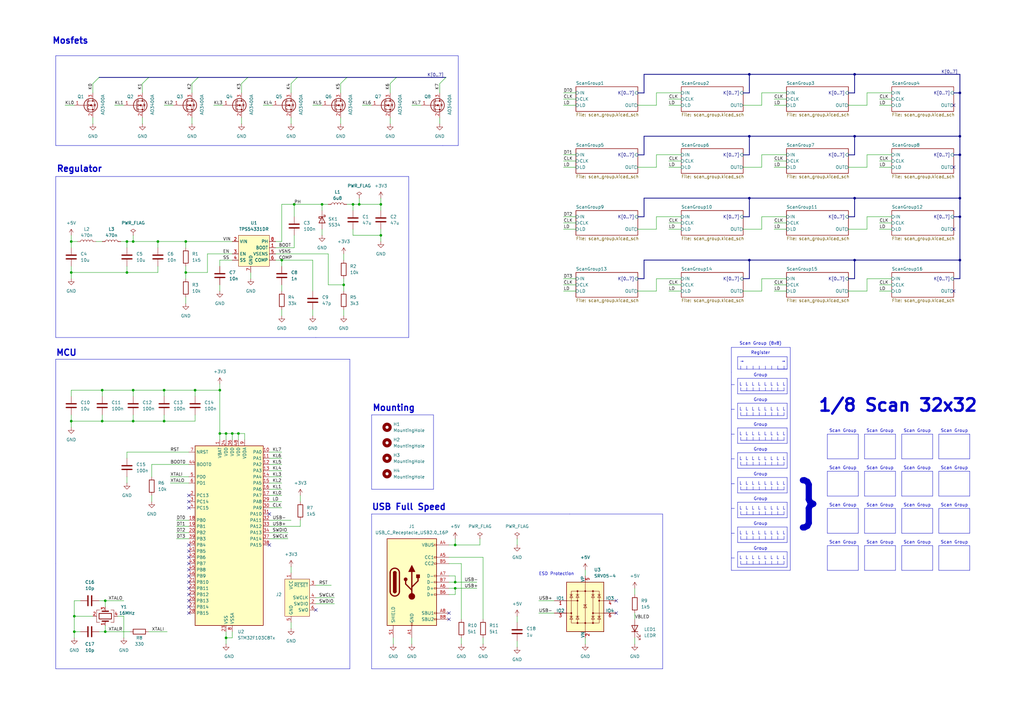
<source format=kicad_sch>
(kicad_sch (version 20231120) (generator "eeschema") (generator_version "8.0")
  (paper "A3")
  (junction (at 307.34 55.88))
  (junction (at 186.69 238.76))
  (junction (at 115.57 106.68))
  (junction (at 97.79 177.8))
  (junction (at 90.17 160.02))
  (junction (at 350.52 30.48))
  (junction (at 52.07 99.06))
  (junction (at 67.31 172.72))
  (junction (at 90.17 177.8))
  (junction (at 41.91 172.72))
  (junction (at 120.65 83.82))
  (junction (at 76.2 111.76))
  (junction (at 186.69 241.3))
  (junction (at 80.01 160.02))
  (junction (at 54.61 99.06))
  (junction (at 92.71 261.62))
  (junction (at 54.61 160.02))
  (junction (at 29.21 172.72))
  (junction (at 52.07 111.76))
  (junction (at 156.21 83.82))
  (junction (at 350.52 106.68))
  (junction (at 29.21 99.06))
  (junction (at 393.7 88.9))
  (junction (at 67.31 160.02))
  (junction (at 350.52 55.88))
  (junction (at 29.21 111.76))
  (junction (at 140.97 116.84))
  (junction (at 54.61 172.72))
  (junction (at 132.08 83.82))
  (junction (at 156.21 96.52))
  (junction (at 92.71 177.8))
  (junction (at 307.34 106.68))
  (junction (at 393.7 55.88))
  (junction (at 95.25 177.8))
  (junction (at 43.18 246.38))
  (junction (at 393.7 106.68))
  (junction (at 393.7 81.28))
  (junction (at 43.18 259.08))
  (junction (at 144.78 83.82))
  (junction (at 307.34 30.48))
  (junction (at 307.34 81.28))
  (junction (at 393.7 38.1))
  (junction (at 76.2 99.06))
  (junction (at 147.32 83.82))
  (junction (at 350.52 81.28))
  (junction (at 64.77 99.06))
  (junction (at 30.48 259.08))
  (junction (at 41.91 160.02))
  (junction (at 30.48 252.73))
  (junction (at 393.7 63.5))
  (junction (at 186.69 223.52))
  (no_connect (at 77.47 205.74))
  (no_connect (at 129.54 250.19))
  (no_connect (at 252.73 251.46))
  (no_connect (at 77.47 251.46))
  (no_connect (at 77.47 223.52))
  (no_connect (at 110.49 223.52))
  (no_connect (at 77.47 226.06))
  (no_connect (at 77.47 238.76))
  (no_connect (at 391.16 43.18))
  (no_connect (at 391.16 93.98))
  (no_connect (at 77.47 208.28))
  (no_connect (at 77.47 233.68))
  (no_connect (at 391.16 119.38))
  (no_connect (at 252.73 246.38))
  (no_connect (at 77.47 248.92))
  (no_connect (at 391.16 68.58))
  (no_connect (at 77.47 228.6))
  (no_connect (at 77.47 231.14))
  (no_connect (at 77.47 243.84))
  (no_connect (at 110.49 210.82))
  (no_connect (at 77.47 246.38))
  (no_connect (at 77.47 203.2))
  (no_connect (at 77.47 241.3))
  (no_connect (at 77.47 236.22))
  (no_connect (at 184.15 254))
  (no_connect (at 184.15 251.46))
  (bus_entry (at 180.34 34.29) (size 2.54 -2.54))
  (bus_entry (at 38.1 34.29) (size 2.54 -2.54))
  (bus_entry (at 139.7 34.29) (size 2.54 -2.54))
  (bus_entry (at 58.42 34.29) (size 2.54 -2.54))
  (bus_entry (at 99.06 34.29) (size 2.54 -2.54))
  (bus_entry (at 119.38 34.29) (size 2.54 -2.54))
  (bus_entry (at 78.74 34.29) (size 2.54 -2.54))
  (bus_entry (at 160.02 34.29) (size 2.54 -2.54))
  (bus (pts (xy 393.7 63.5) (xy 391.16 63.5)))
  (bus (pts (xy 264.16 81.28) (xy 307.34 81.28)))
  (wire (pts (xy 355.6 119.38) (xy 355.6 114.3)))
  (polyline (pts (xy 354.584 203.454) (xy 367.284 203.454)))
  (polyline (pts (xy 339.344 193.294) (xy 352.044 193.294)))
  (wire (pts (xy 144.78 83.82) (xy 142.24 83.82)))
  (bus (pts (xy 350.52 55.88) (xy 350.52 63.5)))
  (wire (pts (xy 64.77 101.6) (xy 64.77 99.06)))
  (wire (pts (xy 212.09 252.73) (xy 212.09 255.27)))
  (wire (pts (xy 92.71 177.8) (xy 92.71 180.34)))
  (polyline (pts (xy 302.514 155.194) (xy 322.834 155.194)))
  (wire (pts (xy 92.71 177.8) (xy 95.25 177.8)))
  (bus (pts (xy 393.7 106.68) (xy 393.7 88.9)))
  (wire (pts (xy 58.42 48.26) (xy 58.42 50.8)))
  (polyline (pts (xy 303.784 231.394) (xy 321.564 231.394)))
  (bus (pts (xy 81.28 31.75) (xy 101.6 31.75)))
  (polyline (pts (xy 22.86 59.69) (xy 181.61 59.69)))
  (wire (pts (xy 212.09 220.98) (xy 212.09 223.52)))
  (wire (pts (xy 347.98 43.18) (xy 355.6 43.18)))
  (wire (pts (xy 90.17 109.22) (xy 90.17 106.68)))
  (polyline (pts (xy 352.044 188.214) (xy 352.044 178.054)))
  (wire (pts (xy 317.5 119.38) (xy 322.58 119.38)))
  (polyline (pts (xy 319.024 179.324) (xy 319.024 180.594)))
  (wire (pts (xy 110.49 203.2) (xy 115.57 203.2)))
  (polyline (pts (xy 385.064 223.774) (xy 385.064 233.934)))
  (polyline (pts (xy 308.864 209.804) (xy 308.864 211.074)))
  (polyline (pts (xy 302.514 192.024) (xy 322.834 192.024)))
  (polyline (pts (xy 369.824 203.454) (xy 382.524 203.454)))
  (wire (pts (xy 231.14 91.44) (xy 236.22 91.44)))
  (polyline (pts (xy 303.784 189.484) (xy 303.784 190.754)))
  (wire (pts (xy 62.23 203.2) (xy 62.23 205.74)))
  (wire (pts (xy 269.24 38.1) (xy 279.4 38.1)))
  (wire (pts (xy 52.07 187.96) (xy 52.07 185.42)))
  (polyline (pts (xy 303.784 230.124) (xy 303.784 231.394)))
  (wire (pts (xy 274.32 119.38) (xy 279.4 119.38)))
  (wire (pts (xy 115.57 99.06) (xy 115.57 83.82)))
  (wire (pts (xy 360.68 68.58) (xy 365.76 68.58)))
  (polyline (pts (xy 322.834 181.864) (xy 322.834 175.514)))
  (wire (pts (xy 30.48 259.08) (xy 33.02 259.08)))
  (bus (pts (xy 307.34 106.68) (xy 307.34 114.3)))
  (wire (pts (xy 100.33 177.8) (xy 100.33 180.34)))
  (polyline (pts (xy 316.484 189.484) (xy 316.484 190.754)))
  (polyline (pts (xy 354.584 223.774) (xy 367.284 223.774)))
  (polyline (pts (xy 187.96 59.69) (xy 187.96 22.86)))
  (bus (pts (xy 142.24 31.75) (xy 162.56 31.75)))
  (polyline (pts (xy 303.784 211.074) (xy 321.564 211.074)))
  (wire (pts (xy 274.32 66.04) (xy 279.4 66.04)))
  (polyline (pts (xy 311.404 209.804) (xy 311.404 211.074)))
  (polyline (pts (xy 303.784 151.384) (xy 303.784 150.114)))
  (polyline (pts (xy 354.584 193.294) (xy 367.284 193.294)))
  (wire (pts (xy 95.25 261.62) (xy 95.25 259.08)))
  (polyline (pts (xy 299.974 218.694) (xy 301.244 218.694)))
  (polyline (pts (xy 385.064 203.454) (xy 397.764 203.454)))
  (wire (pts (xy 41.91 170.18) (xy 41.91 172.72)))
  (bus (pts (xy 307.34 55.88) (xy 350.52 55.88)))
  (wire (pts (xy 72.39 218.44) (xy 77.47 218.44)))
  (wire (pts (xy 147.32 83.82) (xy 144.78 83.82)))
  (polyline (pts (xy 306.324 199.644) (xy 306.324 200.914)))
  (polyline (pts (xy 385.064 178.054) (xy 385.064 188.214)))
  (wire (pts (xy 29.21 172.72) (xy 41.91 172.72)))
  (bus (pts (xy 307.34 63.5) (xy 304.8 63.5)))
  (wire (pts (xy 231.14 40.64) (xy 236.22 40.64)))
  (wire (pts (xy 80.01 160.02) (xy 67.31 160.02)))
  (wire (pts (xy 38.1 48.26) (xy 38.1 50.8)))
  (wire (pts (xy 231.14 93.98) (xy 236.22 93.98)))
  (polyline (pts (xy 319.024 150.114) (xy 319.024 151.384)))
  (polyline (pts (xy 322.834 151.384) (xy 322.834 146.304)))
  (polyline (pts (xy 322.834 171.704) (xy 322.834 165.354)))
  (polyline (pts (xy 339.344 233.934) (xy 352.044 233.934)))
  (wire (pts (xy 269.24 68.58) (xy 269.24 63.5)))
  (polyline (pts (xy 367.284 203.454) (xy 367.284 193.294)))
  (wire (pts (xy 50.8 252.73) (xy 50.8 261.62)))
  (wire (pts (xy 240.03 233.68) (xy 240.03 236.22)))
  (wire (pts (xy 355.6 38.1) (xy 365.76 38.1)))
  (wire (pts (xy 52.07 185.42) (xy 77.47 185.42)))
  (wire (pts (xy 110.49 220.98) (xy 118.11 220.98)))
  (wire (pts (xy 29.21 111.76) (xy 29.21 114.3)))
  (polyline (pts (xy 299.974 157.734) (xy 301.244 157.734)))
  (wire (pts (xy 29.21 99.06) (xy 31.75 99.06)))
  (bus (pts (xy 307.34 81.28) (xy 350.52 81.28)))
  (polyline (pts (xy 306.324 179.324) (xy 306.324 180.594)))
  (wire (pts (xy 312.42 88.9) (xy 322.58 88.9)))
  (polyline (pts (xy 313.944 209.804) (xy 313.944 211.074)))
  (wire (pts (xy 80.01 160.02) (xy 90.17 160.02)))
  (bus (pts (xy 307.34 114.3) (xy 304.8 114.3)))
  (wire (pts (xy 115.57 109.22) (xy 115.57 106.68)))
  (bus (pts (xy 264.16 114.3) (xy 264.16 106.68)))
  (polyline (pts (xy 397.764 233.934) (xy 397.764 223.774)))
  (polyline (pts (xy 302.514 232.664) (xy 322.834 232.664)))
  (polyline (pts (xy 313.944 169.164) (xy 313.944 170.434)))
  (polyline (pts (xy 299.974 152.654) (xy 299.974 233.934)))
  (bus (pts (xy 393.7 63.5) (xy 393.7 81.28)))
  (polyline (pts (xy 302.514 151.384) (xy 322.834 151.384)))
  (polyline (pts (xy 143.51 274.32) (xy 143.51 147.32)))
  (wire (pts (xy 115.57 83.82) (xy 120.65 83.82)))
  (bus (pts (xy 264.16 55.88) (xy 307.34 55.88)))
  (wire (pts (xy 64.77 99.06) (xy 76.2 99.06)))
  (wire (pts (xy 312.42 38.1) (xy 322.58 38.1)))
  (wire (pts (xy 123.19 203.2) (xy 123.19 205.74)))
  (polyline (pts (xy 322.834 232.664) (xy 322.834 226.314)))
  (bus (pts (xy 261.62 63.5) (xy 264.16 63.5)))
  (polyline (pts (xy 322.834 212.344) (xy 322.834 205.994)))
  (wire (pts (xy 261.62 119.38) (xy 269.24 119.38)))
  (wire (pts (xy 39.37 99.06) (xy 41.91 99.06)))
  (wire (pts (xy 54.61 160.02) (xy 67.31 160.02)))
  (polyline (pts (xy 319.024 189.484) (xy 319.024 190.754)))
  (wire (pts (xy 355.6 68.58) (xy 355.6 63.5)))
  (polyline (pts (xy 316.484 150.114) (xy 316.484 151.384)))
  (wire (pts (xy 347.98 93.98) (xy 355.6 93.98)))
  (wire (pts (xy 90.17 106.68) (xy 95.25 106.68)))
  (polyline (pts (xy 354.584 208.534) (xy 354.584 218.694)))
  (bus (pts (xy 264.16 88.9) (xy 264.16 81.28)))
  (bus (pts (xy 261.62 88.9) (xy 264.16 88.9)))
  (bus (pts (xy 393.7 88.9) (xy 391.16 88.9)))
  (polyline (pts (xy 369.824 233.934) (xy 382.524 233.934)))
  (wire (pts (xy 49.53 99.06) (xy 52.07 99.06)))
  (polyline (pts (xy 354.584 178.054) (xy 354.584 188.214)))
  (polyline (pts (xy 322.834 222.504) (xy 322.834 216.154)))
  (wire (pts (xy 231.14 119.38) (xy 236.22 119.38)))
  (wire (pts (xy 110.49 205.74) (xy 115.57 205.74)))
  (bus (pts (xy 350.52 55.88) (xy 393.7 55.88)))
  (wire (pts (xy 260.35 251.46) (xy 260.35 254)))
  (polyline (pts (xy 299.974 228.854) (xy 301.244 228.854)))
  (wire (pts (xy 212.09 262.89) (xy 212.09 265.43)))
  (wire (pts (xy 72.39 220.98) (xy 77.47 220.98)))
  (polyline (pts (xy 354.584 208.534) (xy 367.284 208.534)))
  (wire (pts (xy 69.85 198.12) (xy 77.47 198.12)))
  (wire (pts (xy 156.21 83.82) (xy 147.32 83.82)))
  (bus (pts (xy 350.52 30.48) (xy 393.7 30.48)))
  (bus (pts (xy 350.52 114.3) (xy 347.98 114.3)))
  (polyline (pts (xy 302.514 146.304) (xy 302.514 151.384)))
  (bus (pts (xy 60.96 31.75) (xy 81.28 31.75)))
  (polyline (pts (xy 177.8 170.18) (xy 177.8 200.66)))
  (wire (pts (xy 30.48 259.08) (xy 30.48 252.73)))
  (wire (pts (xy 90.17 116.84) (xy 90.17 119.38)))
  (wire (pts (xy 274.32 116.84) (xy 279.4 116.84)))
  (wire (pts (xy 29.21 170.18) (xy 29.21 172.72)))
  (polyline (pts (xy 308.864 189.484) (xy 308.864 190.754)))
  (wire (pts (xy 261.62 93.98) (xy 269.24 93.98)))
  (wire (pts (xy 269.24 119.38) (xy 269.24 114.3)))
  (bus (pts (xy 264.16 63.5) (xy 264.16 55.88)))
  (wire (pts (xy 129.54 247.65) (xy 137.16 247.65)))
  (wire (pts (xy 30.48 252.73) (xy 30.48 246.38)))
  (wire (pts (xy 52.07 111.76) (xy 52.07 109.22)))
  (polyline (pts (xy 311.404 179.324) (xy 311.404 180.594)))
  (polyline (pts (xy 313.944 199.644) (xy 313.944 200.914)))
  (polyline (pts (xy 369.824 178.054) (xy 382.524 178.054)))
  (wire (pts (xy 132.08 86.36) (xy 132.08 83.82)))
  (polyline (pts (xy 385.064 208.534) (xy 385.064 218.694)))
  (polyline (pts (xy 143.51 147.32) (xy 22.86 147.32)))
  (wire (pts (xy 43.18 246.38) (xy 50.8 246.38)))
  (wire (pts (xy 180.34 48.26) (xy 180.34 50.8)))
  (polyline (pts (xy 367.284 188.214) (xy 367.284 178.054)))
  (polyline (pts (xy 302.514 175.514) (xy 322.834 175.514)))
  (bus (pts (xy 350.52 106.68) (xy 350.52 114.3)))
  (polyline (pts (xy 367.284 218.694) (xy 367.284 208.534)))
  (polyline (pts (xy 303.784 180.594) (xy 321.564 180.594)))
  (bus (pts (xy 350.52 88.9) (xy 347.98 88.9)))
  (bus (pts (xy 350.52 81.28) (xy 393.7 81.28)))
  (wire (pts (xy 156.21 93.98) (xy 156.21 96.52)))
  (polyline (pts (xy 339.344 178.054) (xy 352.044 178.054)))
  (wire (pts (xy 231.14 114.3) (xy 236.22 114.3)))
  (polyline (pts (xy 319.024 219.964) (xy 319.024 221.234)))
  (wire (pts (xy 274.32 43.18) (xy 279.4 43.18)))
  (polyline (pts (xy 271.78 274.32) (xy 152.4 274.32)))
  (polyline (pts (xy 397.764 218.694) (xy 397.764 208.534)))
  (polyline (pts (xy 369.824 178.054) (xy 369.824 188.214)))
  (polyline (pts (xy 321.564 219.964) (xy 321.564 221.234)))
  (polyline (pts (xy 303.784 170.434) (xy 321.564 170.434)))
  (wire (pts (xy 54.61 172.72) (xy 67.31 172.72)))
  (wire (pts (xy 80.01 170.18) (xy 80.01 172.72)))
  (wire (pts (xy 110.49 187.96) (xy 115.57 187.96)))
  (wire (pts (xy 110.49 218.44) (xy 118.11 218.44)))
  (wire (pts (xy 90.17 177.8) (xy 92.71 177.8)))
  (wire (pts (xy 220.98 246.38) (xy 227.33 246.38)))
  (wire (pts (xy 119.38 48.26) (xy 119.38 50.8)))
  (wire (pts (xy 317.5 116.84) (xy 322.58 116.84)))
  (bus (pts (xy 264.16 38.1) (xy 264.16 30.48)))
  (wire (pts (xy 110.49 208.28) (xy 115.57 208.28)))
  (wire (pts (xy 347.98 119.38) (xy 355.6 119.38)))
  (polyline (pts (xy 302.514 185.674) (xy 302.514 192.024)))
  (wire (pts (xy 180.34 34.29) (xy 180.34 38.1)))
  (wire (pts (xy 168.91 43.18) (xy 172.72 43.18)))
  (polyline (pts (xy 306.324 159.004) (xy 306.324 160.274)))
  (wire (pts (xy 156.21 96.52) (xy 156.21 99.06)))
  (polyline (pts (xy 308.864 159.004) (xy 308.864 160.274)))
  (polyline (pts (xy 316.484 199.644) (xy 316.484 200.914)))
  (wire (pts (xy 92.71 259.08) (xy 92.71 261.62)))
  (wire (pts (xy 29.21 109.22) (xy 29.21 111.76)))
  (bus (pts (xy 393.7 55.88) (xy 393.7 63.5)))
  (wire (pts (xy 119.38 34.29) (xy 119.38 38.1)))
  (polyline (pts (xy 299.974 233.934) (xy 324.104 233.934)))
  (wire (pts (xy 90.17 157.48) (xy 90.17 160.02)))
  (polyline (pts (xy 177.8 200.66) (xy 152.4 200.66)))
  (polyline (pts (xy 319.024 199.644) (xy 319.024 200.914)))
  (wire (pts (xy 186.69 243.84) (xy 186.69 241.3)))
  (polyline (pts (xy 303.784 219.964) (xy 303.784 221.234)))
  (polyline (pts (xy 321.564 150.114) (xy 321.564 151.384)))
  (wire (pts (xy 269.24 88.9) (xy 279.4 88.9)))
  (polyline (pts (xy 302.514 205.994) (xy 322.834 205.994)))
  (polyline (pts (xy 152.4 200.66) (xy 152.4 170.18)))
  (polyline (pts (xy 303.784 169.164) (xy 303.784 170.434)))
  (wire (pts (xy 360.68 119.38) (xy 365.76 119.38)))
  (polyline (pts (xy 369.824 218.694) (xy 382.524 218.694)))
  (wire (pts (xy 95.25 104.14) (xy 85.09 104.14)))
  (wire (pts (xy 29.21 172.72) (xy 29.21 175.26)))
  (polyline (pts (xy 299.974 188.214) (xy 301.244 188.214)))
  (polyline (pts (xy 306.324 189.484) (xy 306.324 190.754)))
  (wire (pts (xy 269.24 114.3) (xy 279.4 114.3)))
  (polyline (pts (xy 397.764 188.214) (xy 397.764 178.054)))
  (polyline (pts (xy 339.344 223.774) (xy 339.344 233.934)))
  (wire (pts (xy 90.17 177.8) (xy 90.17 180.34)))
  (polyline (pts (xy 385.064 178.054) (xy 397.764 178.054)))
  (polyline (pts (xy 22.86 22.86) (xy 22.86 59.69)))
  (wire (pts (xy 304.8 43.18) (xy 312.42 43.18)))
  (wire (pts (xy 220.98 251.46) (xy 227.33 251.46)))
  (polyline (pts (xy 129.54 138.43) (xy 167.64 138.43)))
  (wire (pts (xy 107.95 43.18) (xy 111.76 43.18)))
  (wire (pts (xy 54.61 96.52) (xy 54.61 99.06)))
  (wire (pts (xy 184.15 238.76) (xy 186.69 238.76)))
  (polyline (pts (xy 311.404 159.004) (xy 311.404 160.274)))
  (polyline (pts (xy 156.21 170.18) (xy 177.8 170.18)))
  (bus (pts (xy 40.64 31.75) (xy 60.96 31.75)))
  (wire (pts (xy 231.14 116.84) (xy 236.22 116.84)))
  (wire (pts (xy 231.14 88.9) (xy 236.22 88.9)))
  (wire (pts (xy 184.15 228.6) (xy 198.12 228.6)))
  (wire (pts (xy 110.49 193.04) (xy 115.57 193.04)))
  (wire (pts (xy 134.62 116.84) (xy 140.97 116.84)))
  (wire (pts (xy 110.49 195.58) (xy 115.57 195.58)))
  (bus (pts (xy 307.34 30.48) (xy 350.52 30.48)))
  (polyline (pts (xy 322.834 161.544) (xy 322.834 155.194)))
  (polyline (pts (xy 382.524 233.934) (xy 382.524 223.774)))
  (wire (pts (xy 139.7 48.26) (xy 139.7 50.8)))
  (wire (pts (xy 38.1 34.29) (xy 38.1 38.1)))
  (polyline (pts (xy 369.824 208.534) (xy 382.524 208.534)))
  (wire (pts (xy 317.5 91.44) (xy 322.58 91.44)))
  (bus (pts (xy 393.7 30.48) (xy 393.7 38.1)))
  (wire (pts (xy 95.25 177.8) (xy 97.79 177.8)))
  (wire (pts (xy 64.77 111.76) (xy 64.77 109.22)))
  (polyline (pts (xy 321.564 179.324) (xy 321.564 180.594)))
  (polyline (pts (xy 302.514 185.674) (xy 322.834 185.674)))
  (polyline (pts (xy 369.824 188.214) (xy 382.524 188.214)))
  (polyline (pts (xy 321.564 159.004) (xy 321.564 160.274)))
  (polyline (pts (xy 316.484 230.124) (xy 316.484 231.394)))
  (wire (pts (xy 120.65 83.82) (xy 120.65 88.9)))
  (polyline (pts (xy 303.784 199.644) (xy 303.784 200.914)))
  (polyline (pts (xy 367.284 233.934) (xy 367.284 223.774)))
  (polyline (pts (xy 352.044 203.454) (xy 352.044 193.294)))
  (polyline (pts (xy 321.564 230.124) (xy 321.564 231.394)))
  (wire (pts (xy 62.23 190.5) (xy 62.23 195.58)))
  (wire (pts (xy 355.6 88.9) (xy 365.76 88.9)))
  (wire (pts (xy 30.48 246.38) (xy 33.02 246.38)))
  (wire (pts (xy 274.32 40.64) (xy 279.4 40.64)))
  (wire (pts (xy 184.15 236.22) (xy 186.69 236.22)))
  (wire (pts (xy 312.42 68.58) (xy 312.42 63.5)))
  (wire (pts (xy 85.09 104.14) (xy 85.09 111.76)))
  (polyline (pts (xy 308.864 219.964) (xy 308.864 221.234)))
  (wire (pts (xy 312.42 114.3) (xy 322.58 114.3)))
  (polyline (pts (xy 302.514 146.304) (xy 322.834 146.304)))
  (polyline (pts (xy 369.824 223.774) (xy 382.524 223.774)))
  (polyline (pts (xy 324.104 233.934) (xy 324.104 142.494)))
  (wire (pts (xy 240.03 261.62) (xy 240.03 264.16)))
  (polyline (pts (xy 339.344 193.294) (xy 339.344 203.454)))
  (polyline (pts (xy 352.044 233.934) (xy 352.044 223.774)))
  (polyline (pts (xy 22.86 147.32) (xy 22.86 231.14)))
  (wire (pts (xy 128.27 43.18) (xy 132.08 43.18)))
  (wire (pts (xy 132.08 93.98) (xy 132.08 96.52)))
  (wire (pts (xy 360.68 66.04) (xy 365.76 66.04)))
  (wire (pts (xy 196.85 220.98) (xy 196.85 223.52)))
  (wire (pts (xy 120.65 96.52) (xy 120.65 101.6)))
  (polyline (pts (xy 319.024 209.804) (xy 319.024 211.074)))
  (wire (pts (xy 144.78 96.52) (xy 156.21 96.52)))
  (bus (pts (xy 307.34 88.9) (xy 304.8 88.9)))
  (polyline (pts (xy 303.784 160.274) (xy 321.564 160.274)))
  (bus (pts (xy 350.52 63.5) (xy 347.98 63.5)))
  (wire (pts (xy 110.49 213.36) (xy 119.38 213.36)))
  (polyline (pts (xy 22.86 138.43) (xy 22.86 72.39)))
  (wire (pts (xy 186.69 241.3) (xy 195.58 241.3)))
  (polyline (pts (xy 354.584 178.054) (xy 367.284 178.054)))
  (wire (pts (xy 129.54 240.03) (xy 135.89 240.03)))
  (wire (pts (xy 41.91 172.72) (xy 54.61 172.72)))
  (polyline (pts (xy 339.344 203.454) (xy 352.044 203.454)))
  (wire (pts (xy 168.91 261.62) (xy 168.91 264.16)))
  (polyline (pts (xy 302.514 216.154) (xy 302.514 222.504)))
  (bus (pts (xy 307.34 81.28) (xy 307.34 88.9)))
  (wire (pts (xy 189.23 261.62) (xy 189.23 264.16)))
  (polyline (pts (xy 354.584 223.774) (xy 354.584 233.934)))
  (bus (pts (xy 393.7 38.1) (xy 393.7 55.88)))
  (wire (pts (xy 304.8 119.38) (xy 312.42 119.38)))
  (polyline (pts (xy 299.974 142.494) (xy 299.974 152.654)))
  (polyline (pts (xy 324.104 142.494) (xy 299.974 142.494)))
  (wire (pts (xy 231.14 43.18) (xy 236.22 43.18)))
  (polyline (pts (xy 385.064 233.934) (xy 397.764 233.934)))
  (wire (pts (xy 134.62 104.14) (xy 134.62 116.84)))
  (wire (pts (xy 231.14 66.04) (xy 236.22 66.04)))
  (polyline (pts (xy 303.784 221.234) (xy 321.564 221.234)))
  (polyline (pts (xy 302.514 181.864) (xy 322.834 181.864)))
  (wire (pts (xy 231.14 38.1) (xy 236.22 38.1)))
  (bus (pts (xy 307.34 38.1) (xy 304.8 38.1)))
  (bus (pts (xy 261.62 114.3) (xy 264.16 114.3)))
  (polyline (pts (xy 299.974 178.054) (xy 301.244 178.054)))
  (wire (pts (xy 110.49 185.42) (xy 115.57 185.42)))
  (wire (pts (xy 76.2 109.22) (xy 76.2 111.76)))
  (polyline (pts (xy 352.044 218.694) (xy 352.044 208.534)))
  (wire (pts (xy 360.68 43.18) (xy 365.76 43.18)))
  (wire (pts (xy 312.42 93.98) (xy 312.42 88.9)))
  (wire (pts (xy 90.17 160.02) (xy 90.17 177.8)))
  (polyline (pts (xy 302.514 202.184) (xy 322.834 202.184)))
  (polyline (pts (xy 397.764 203.454) (xy 397.764 193.294)))
  (polyline (pts (xy 385.064 193.294) (xy 397.764 193.294)))
  (wire (pts (xy 110.49 190.5) (xy 115.57 190.5)))
  (wire (pts (xy 43.18 256.54) (xy 43.18 259.08)))
  (wire (pts (xy 360.68 116.84) (xy 365.76 116.84)))
  (polyline (pts (xy 302.514 212.344) (xy 322.834 212.344)))
  (wire (pts (xy 260.35 241.3) (xy 260.35 243.84)))
  (wire (pts (xy 186.69 238.76) (xy 195.58 238.76)))
  (wire (pts (xy 140.97 114.3) (xy 140.97 116.84)))
  (polyline (pts (xy 354.584 193.294) (xy 354.584 203.454)))
  (wire (pts (xy 355.6 43.18) (xy 355.6 38.1)))
  (wire (pts (xy 269.24 63.5) (xy 279.4 63.5)))
  (polyline (pts (xy 306.324 150.114) (xy 306.324 151.384)))
  (bus (pts (xy 393.7 38.1) (xy 391.16 38.1)))
  (bus (pts (xy 264.16 30.48) (xy 307.34 30.48)))
  (polyline (pts (xy 313.944 219.964) (xy 313.944 221.234)))
  (polyline (pts (xy 306.324 169.164) (xy 306.324 170.434)))
  (polyline (pts (xy 321.564 209.804) (xy 321.564 211.074)))
  (polyline (pts (xy 339.344 178.054) (xy 339.344 188.214)))
  (wire (pts (xy 312.42 63.5) (xy 322.58 63.5)))
  (wire (pts (xy 360.68 91.44) (xy 365.76 91.44)))
  (polyline (pts (xy 129.54 138.43) (xy 22.86 138.43)))
  (polyline (pts (xy 233.68 210.82) (xy 271.78 210.82)))
  (polyline (pts (xy 299.974 208.534) (xy 301.244 208.534)))
  (polyline (pts (xy 152.4 274.32) (xy 152.4 210.82)))
  (wire (pts (xy 186.69 220.98) (xy 186.69 223.52)))
  (wire (pts (xy 156.21 81.28) (xy 156.21 83.82)))
  (polyline (pts (xy 382.524 218.694) (xy 382.524 208.534)))
  (wire (pts (xy 261.62 68.58) (xy 269.24 68.58)))
  (polyline (pts (xy 311.404 219.964) (xy 311.404 221.234)))
  (polyline (pts (xy 339.344 218.694) (xy 352.044 218.694)))
  (polyline (pts (xy 299.974 167.894) (xy 301.244 167.894)))
  (wire (pts (xy 317.5 68.58) (xy 322.58 68.58)))
  (wire (pts (xy 113.03 104.14) (xy 134.62 104.14)))
  (wire (pts (xy 144.78 86.36) (xy 144.78 83.82)))
  (wire (pts (xy 76.2 111.76) (xy 76.2 114.3)))
  (wire (pts (xy 274.32 68.58) (xy 279.4 68.58)))
  (wire (pts (xy 54.61 160.02) (xy 54.61 162.56)))
  (wire (pts (xy 274.32 93.98) (xy 279.4 93.98)))
  (wire (pts (xy 347.98 68.58) (xy 355.6 68.58)))
  (polyline (pts (xy 313.944 159.004) (xy 313.944 160.274)))
  (wire (pts (xy 184.15 241.3) (xy 186.69 241.3)))
  (wire (pts (xy 186.69 223.52) (xy 184.15 223.52)))
  (polyline (pts (xy 167.64 72.39) (xy 167.64 138.43)))
  (wire (pts (xy 128.27 127) (xy 128.27 129.54)))
  (bus (pts (xy 393.7 81.28) (xy 393.7 88.9)))
  (wire (pts (xy 196.85 223.52) (xy 186.69 223.52)))
  (polyline (pts (xy 385.064 208.534) (xy 397.764 208.534)))
  (wire (pts (xy 148.59 43.18) (xy 152.4 43.18)))
  (bus (pts (xy 350.52 38.1) (xy 347.98 38.1)))
  (polyline (pts (xy 302.514 205.994) (xy 302.514 212.344)))
  (polyline (pts (xy 311.404 169.164) (xy 311.404 170.434)))
  (polyline (pts (xy 299.974 198.374) (xy 301.244 198.374)))
  (wire (pts (xy 58.42 34.29) (xy 58.42 38.1)))
  (wire (pts (xy 99.06 48.26) (xy 99.06 50.8)))
  (polyline (pts (xy 385.064 218.694) (xy 397.764 218.694)))
  (wire (pts (xy 147.32 81.28) (xy 147.32 83.82)))
  (polyline (pts (xy 316.484 209.804) (xy 316.484 211.074)))
  (polyline (pts (xy 369.824 193.294) (xy 382.524 193.294)))
  (wire (pts (xy 95.25 177.8) (xy 95.25 180.34)))
  (polyline (pts (xy 319.024 169.164) (xy 319.024 170.434)))
  (polyline (pts (xy 22.86 72.39) (xy 167.64 72.39)))
  (wire (pts (xy 113.03 99.06) (xy 115.57 99.06)))
  (wire (pts (xy 72.39 213.36) (xy 77.47 213.36)))
  (wire (pts (xy 110.49 198.12) (xy 115.57 198.12)))
  (polyline (pts (xy 311.404 150.114) (xy 311.404 151.384)))
  (polyline (pts (xy 339.344 223.774) (xy 352.044 223.774)))
  (polyline (pts (xy 308.864 199.644) (xy 308.864 200.914)))
  (wire (pts (xy 54.61 99.06) (xy 64.77 99.06)))
  (polyline (pts (xy 303.784 190.754) (xy 321.564 190.754)))
  (wire (pts (xy 160.02 34.29) (xy 160.02 38.1)))
  (wire (pts (xy 231.14 63.5) (xy 236.22 63.5)))
  (wire (pts (xy 312.42 119.38) (xy 312.42 114.3)))
  (wire (pts (xy 189.23 231.14) (xy 184.15 231.14)))
  (wire (pts (xy 231.14 68.58) (xy 236.22 68.58)))
  (polyline (pts (xy 152.4 210.82) (xy 233.68 210.82)))
  (wire (pts (xy 77.47 190.5) (xy 62.23 190.5)))
  (polyline (pts (xy 311.404 199.644) (xy 311.404 200.914)))
  (wire (pts (xy 97.79 177.8) (xy 100.33 177.8)))
  (wire (pts (xy 110.49 200.66) (xy 115.57 200.66)))
  (wire (pts (xy 119.38 255.27) (xy 119.38 257.81)))
  (polyline (pts (xy 316.484 169.164) (xy 316.484 170.434)))
  (wire (pts (xy 120.65 101.6) (xy 113.03 101.6)))
  (wire (pts (xy 97.79 177.8) (xy 97.79 180.34)))
  (wire (pts (xy 43.18 259.08) (xy 40.64 259.08)))
  (polyline (pts (xy 319.024 151.384) (xy 322.834 151.384)))
  (wire (pts (xy 43.18 259.08) (xy 53.34 259.08)))
  (wire (pts (xy 30.48 261.62) (xy 30.48 259.08)))
  (polyline (pts (xy 181.61 59.69) (xy 187.96 59.69)))
  (wire (pts (xy 317.5 40.64) (xy 322.58 40.64)))
  (wire (pts (xy 41.91 160.02) (xy 54.61 160.02)))
  (wire (pts (xy 26.67 43.18) (xy 30.48 43.18)))
  (polyline (pts (xy 316.484 179.324) (xy 316.484 180.594)))
  (wire (pts (xy 269.24 93.98) (xy 269.24 88.9)))
  (polyline (pts (xy 311.404 189.484) (xy 311.404 190.754)))
  (wire (pts (xy 198.12 228.6) (xy 198.12 254)))
  (bus (pts (xy 350.52 106.68) (xy 393.7 106.68)))
  (polyline (pts (xy 354.584 218.694) (xy 367.284 218.694)))
  (polyline (pts (xy 311.404 230.124) (xy 311.404 231.394)))
  (wire (pts (xy 189.23 254) (xy 189.23 231.14)))
  (wire (pts (xy 119.38 232.41) (xy 119.38 234.95)))
  (wire (pts (xy 317.5 43.18) (xy 322.58 43.18)))
  (wire (pts (xy 92.71 261.62) (xy 92.71 264.16)))
  (wire (pts (xy 30.48 252.73) (xy 38.1 252.73)))
  (wire (pts (xy 43.18 248.92) (xy 43.18 246.38)))
  (wire (pts (xy 317.5 93.98) (xy 322.58 93.98)))
  (polyline (pts (xy 303.784 209.804) (xy 303.784 211.074)))
  (wire (pts (xy 140.97 127) (xy 140.97 129.54)))
  (wire (pts (xy 67.31 170.18) (xy 67.31 172.72)))
  (polyline (pts (xy 339.344 208.534) (xy 352.044 208.534)))
  (bus (pts (xy 307.34 30.48) (xy 307.34 38.1)))
  (wire (pts (xy 29.21 111.76) (xy 52.07 111.76)))
  (polyline (pts (xy 308.864 230.124) (xy 308.864 231.394)))
  (wire (pts (xy 355.6 114.3) (xy 365.76 114.3)))
  (wire (pts (xy 29.21 160.02) (xy 41.91 160.02)))
  (bus (pts (xy 121.92 31.75) (xy 142.24 31.75)))
  (wire (pts (xy 67.31 172.72) (xy 80.01 172.72)))
  (polyline (pts (xy 313.944 179.324) (xy 313.944 180.594)))
  (polyline (pts (xy 303.784 159.004) (xy 303.784 160.274)))
  (bus (pts (xy 350.52 30.48) (xy 350.52 38.1)))
  (wire (pts (xy 52.07 99.06) (xy 52.07 101.6)))
  (polyline (pts (xy 354.584 233.934) (xy 367.284 233.934)))
  (wire (pts (xy 69.85 195.58) (xy 77.47 195.58)))
  (wire (pts (xy 29.21 162.56) (xy 29.21 160.02)))
  (bus (pts (xy 101.6 31.75) (xy 121.92 31.75)))
  (polyline (pts (xy 322.834 192.024) (xy 322.834 185.674)))
  (wire (pts (xy 355.6 93.98) (xy 355.6 88.9)))
  (wire (pts (xy 140.97 116.84) (xy 140.97 119.38)))
  (polyline (pts (xy 306.324 209.804) (xy 306.324 211.074)))
  (wire (pts (xy 80.01 160.02) (xy 80.01 162.56)))
  (polyline (pts (xy 308.864 179.324) (xy 308.864 180.594)))
  (bus (pts (xy 264.16 106.68) (xy 307.34 106.68)))
  (bus (pts (xy 307.34 55.88) (xy 307.34 63.5)))
  (wire (pts (xy 52.07 111.76) (xy 64.77 111.76)))
  (polyline (pts (xy 382.524 203.454) (xy 382.524 193.294)))
  (polyline (pts (xy 369.824 223.774) (xy 369.824 233.934)))
  (polyline (pts (xy 369.824 193.294) (xy 369.824 203.454)))
  (wire (pts (xy 269.24 43.18) (xy 269.24 38.1)))
  (wire (pts (xy 128.27 119.38) (xy 128.27 106.68)))
  (polyline (pts (xy 302.514 165.354) (xy 302.514 171.704)))
  (wire (pts (xy 78.74 34.29) (xy 78.74 38.1)))
  (wire (pts (xy 261.62 43.18) (xy 269.24 43.18)))
  (wire (pts (xy 41.91 162.56) (xy 41.91 160.02)))
  (wire (pts (xy 161.29 261.62) (xy 161.29 264.16)))
  (wire (pts (xy 360.68 93.98) (xy 365.76 93.98)))
  (polyline (pts (xy 313.944 150.114) (xy 313.944 151.384)))
  (polyline (pts (xy 303.784 179.324) (xy 303.784 180.594)))
  (wire (pts (xy 184.15 243.84) (xy 186.69 243.84)))
  (wire (pts (xy 29.21 99.06) (xy 29.21 101.6)))
  (wire (pts (xy 317.5 66.04) (xy 322.58 66.04)))
  (wire (pts (xy 67.31 43.18) (xy 71.12 43.18)))
  (polyline (pts (xy 316.484 159.004) (xy 316.484 160.274)))
  (wire (pts (xy 102.87 111.76) (xy 102.87 114.3)))
  (polyline (pts (xy 303.784 200.914) (xy 321.564 200.914)))
  (wire (pts (xy 54.61 170.18) (xy 54.61 172.72)))
  (wire (pts (xy 60.96 259.08) (xy 68.58 259.08)))
  (polyline (pts (xy 302.514 165.354) (xy 322.834 165.354)))
  (bus (pts (xy 307.34 106.68) (xy 350.52 106.68)))
  (wire (pts (xy 198.12 261.62) (xy 198.12 264.16)))
  (wire (pts (xy 95.25 99.06) (xy 76.2 99.06)))
  (wire (pts (xy 156.21 86.36) (xy 156.21 83.82)))
  (wire (pts (xy 50.8 252.73) (xy 48.26 252.73)))
  (bus (pts (xy 162.56 31.75) (xy 182.88 31.75)))
  (polyline (pts (xy 316.484 219.964) (xy 316.484 221.234)))
  (wire (pts (xy 132.08 83.82) (xy 134.62 83.82)))
  (polyline (pts (xy 152.4 170.18) (xy 156.21 170.18)))
  (polyline (pts (xy 302.514 155.194) (xy 302.514 161.544)))
  (polyline (pts (xy 302.514 195.834) (xy 322.834 195.834)))
  (polyline (pts (xy 321.564 169.164) (xy 321.564 170.434)))
  (wire (pts (xy 67.31 160.02) (xy 67.31 162.56)))
  (polyline (pts (xy 302.514 171.704) (xy 322.834 171.704)))
  (wire (pts (xy 128.27 106.68) (xy 115.57 106.68)))
  (polyline (pts (xy 302.514 195.834) (xy 302.514 202.184)))
  (wire (pts (xy 52.07 195.58) (xy 52.07 198.12)))
  (wire (pts (xy 99.06 34.29) (xy 99.06 38.1)))
  (polyline (pts (xy 302.514 226.314) (xy 302.514 232.664)))
  (wire (pts (xy 360.68 40.64) (xy 365.76 40.64)))
  (polyline (pts (xy 382.524 188.214) (xy 382.524 178.054)))
  (bus (pts (xy 350.52 81.28) (xy 350.52 88.9)))
  (polyline (pts (xy 22.86 231.14) (xy 22.86 274.32)))
  (wire (pts (xy 43.18 246.38) (xy 40.64 246.38)))
  (polyline (pts (xy 302.514 226.314) (xy 322.834 226.314)))
  (wire (pts (xy 139.7 34.29) (xy 139.7 38.1)))
  (wire (pts (xy 355.6 63.5) (xy 365.76 63.5)))
  (wire (pts (xy 46.99 43.18) (xy 50.8 43.18)))
  (polyline (pts (xy 385.064 223.774) (xy 397.764 223.774)))
  (polyline (pts (xy 313.944 230.124) (xy 313.944 231.394)))
  (polyline (pts (xy 308.864 169.164) (xy 308.864 170.434)))
  (polyline (pts (xy 319.024 159.004) (xy 319.024 160.274)))
  (polyline (pts (xy 385.064 193.294) (xy 385.064 203.454)))
  (polyline (pts (xy 354.584 188.214) (xy 367.284 188.214)))
  (polyline (pts (xy 321.564 199.644) (xy 321.564 200.914)))
  (polyline (pts (xy 302.514 161.544) (xy 322.834 161.544)))
  (wire (pts (xy 144.78 93.98) (xy 144.78 96.52)))
  (polyline (pts (xy 319.024 230.124) (xy 319.024 231.394)))
  (polyline (pts (xy 302.514 216.154) (xy 322.834 216.154)))
  (wire (pts (xy 120.65 83.82) (xy 132.08 83.82)))
  (wire (pts (xy 52.07 99.06) (xy 54.61 99.06)))
  (bus (pts (xy 261.62 38.1) (xy 264.16 38.1)))
  (wire (pts (xy 115.57 127) (xy 115.57 129.54)))
  (polyline (pts (xy 308.864 150.114) (xy 308.864 151.384)))
  (polyline (pts (xy 322.834 202.184) (xy 322.834 195.834)))
  (wire (pts (xy 304.8 93.98) (xy 312.42 93.98)))
  (polyline (pts (xy 302.514 175.514) (xy 302.514 181.864)))
  (wire (pts (xy 78.74 48.26) (xy 78.74 50.8)))
  (wire (pts (xy 29.21 96.52) (xy 29.21 99.06)))
  (polyline (pts (xy 271.78 210.82) (xy 271.78 274.32)))
  (bus (pts (xy 393.7 114.3) (xy 391.16 114.3)))
  (wire (pts (xy 186.69 236.22) (xy 186.69 238.76)))
  (polyline (pts (xy 187.96 22.86) (xy 22.86 22.86)))
  (wire (pts (xy 129.54 245.11) (xy 137.16 245.11)))
  (wire (pts (xy 260.35 261.62) (xy 260.35 264.16)))
  (wire (pts (xy 312.42 43.18) (xy 312.42 38.1)))
  (wire (pts (xy 115.57 106.68) (xy 113.03 106.68)))
  (polyline (pts (xy 313.944 189.484) (xy 313.944 190.754)))
  (wire (pts (xy 72.39 215.9) (xy 77.47 215.9)))
  (wire (pts (xy 115.57 116.84) (xy 115.57 119.38)))
  (wire (pts (xy 140.97 104.14) (xy 140.97 106.68)))
  (polyline (pts (xy 302.514 222.504) (xy 322.834 222.504)))
  (wire (pts (xy 85.09 111.76) (xy 76.2 111.76)))
  (wire (pts (xy 87.63 43.18) (xy 91.44 43.18)))
  (polyline (pts (xy 321.564 189.484) (xy 321.564 190.754)))
  (polyline (pts (xy 369.824 208.534) (xy 369.824 218.694)))
  (wire (pts (xy 274.32 91.44) (xy 279.4 91.44)))
  (polyline (pts (xy 22.86 274.32) (xy 143.51 274.32)))
  (wire (pts (xy 110.49 215.9) (xy 123.19 215.9)))
  (polyline (pts (xy 306.324 219.964) (xy 306.324 221.234)))
  (polyline (pts (xy 339.344 188.214) (xy 352.044 188.214)))
  (polyline (pts (xy 339.344 208.534) (xy 339.344 218.694)))
  (wire (pts (xy 76.2 99.06) (xy 76.2 101.6)))
  (wire (pts (xy 160.02 48.26) (xy 160.02 50.8)))
  (polyline (pts (xy 306.324 230.124) (xy 306.324 231.394)))
  (bus (pts (xy 393.7 106.68) (xy 393.7 114.3)))
  (wire (pts (xy 304.8 68.58) (xy 312.42 68.58)))
  (polyline (pts (xy 385.064 188.214) (xy 397.764 188.214)))
  (wire (pts (xy 76.2 121.92) (xy 76.2 124.46)))
  (wire (pts (xy 123.19 213.36) (xy 123.19 215.9)))
  (wire (pts (xy 92.71 261.62) (xy 95.25 261.62)))
  (text "Scan Group (8x8)" (at 311.912 140.97 0) (effects (font (size 1.27 1.27))))
  (text "Scan Group" (at 345.694 192.024 0) (effects (font (size 1.27 1.27))))
  (text "L" (at 313.944 178.054 0) (effects (font (size 1.27 1.27))))
  (text "L" (at 321.564 157.734 0) (effects (font (size 1.27 1.27))))
  (text "L" (at 303.784 188.214 0) (effects (font (size 1.27 1.27))))
  (text "L" (at 306.324 228.854 0) (effects (font (size 1.27 1.27))))
  (text "L" (at 313.944 167.894 0) (effects (font (size 1.27 1.27))))
  (text "Group" (at 311.912 194.564 0) (effects (font (size 1.27 1.27))))
  (text "Scan Group" (at 376.174 207.264 0) (effects (font (size 1.27 1.27))))
  (text "L" (at 308.864 167.894 0) (effects (font (size 1.27 1.27))))
  (text "L" (at 306.324 218.694 0) (effects (font (size 1.27 1.27))))
  (text "ESD Protection" (at 220.98 236.22 0) (effects (font (size 1.27 1.27)) (justify left bottom)))
  (text "L" (at 306.324 188.214 0) (effects (font (size 1.27 1.27))))
  (text "L" (at 321.564 178.054 0) (effects (font (size 1.27 1.27))))
  (text "L" (at 311.404 208.534 0) (effects (font (size 1.27 1.27))))
  (text "Scan Group" (at 360.934 207.264 0) (effects (font (size 1.27 1.27))))
  (text "Mosfets" (at 21.336 18.288 0) (effects (font (size 2.54 2.54) (thickness 0.508) (bold yes)) (justify left bottom)))
  (text "Scan Group" (at 376.174 176.784 0) (effects (font (size 1.27 1.27))))
  (text "Scan Group" (at 345.694 222.504 0) (effects (font (size 1.27 1.27))))
  (text "L" (at 313.944 208.534 0) (effects (font (size 1.27 1.27))))
  (text "L" (at 319.024 228.854 0) (effects (font (size 1.27 1.27))))
  (text "Register" (at 311.912 144.78 0) (effects (font (size 1.27 1.27))))
  (text "L" (at 306.324 208.534 0) (effects (font (size 1.27 1.27))))
  (text "L" (at 316.484 178.054 0) (effects (font (size 1.27 1.27))))
  (text "Scan Group" (at 360.934 176.784 0) (effects (font (size 1.27 1.27))))
  (text "MCU" (at 22.86 146.304 0) (effects (font (size 2.54 2.54) (thickness 0.508) (bold yes)) (justify left bottom)))
  (text "L" (at 321.564 167.894 0) (effects (font (size 1.27 1.27))))
  (text "L" (at 316.484 198.374 0) (effects (font (size 1.27 1.27))))
  (text "Scan Group" (at 391.414 176.784 0) (effects (font (size 1.27 1.27))))
  (text "L" (at 311.404 167.894 0) (effects (font (size 1.27 1.27))))
  (text "L" (at 303.784 228.854 0) (effects (font (size 1.27 1.27))))
  (text "L" (at 308.864 228.854 0) (effects (font (size 1.27 1.27))))
  (text "Scan Group" (at 345.694 207.264 0) (effects (font (size 1.27 1.27))))
  (text "Regulator" (at 23.114 70.866 0) (effects (font (size 2.54 2.54) (thickness 0.508) (bold yes)) (justify left bottom)))
  (text "Group" (at 311.912 164.084 0) (effects (font (size 1.27 1.27))))
  (text "L" (at 319.024 157.734 0) (effects (font (size 1.27 1.27))))
  (text "Scan Group" (at 391.414 207.264 0) (effects (font (size 1.27 1.27))))
  (text "L" (at 319.024 178.054 0) (effects (font (size 1.27 1.27))))
  (text "L" (at 319.024 218.694 0) (effects (font (size 1.27 1.27))))
  (text "L" (at 311.404 228.854 0) (effects (font (size 1.27 1.27))))
  (text "Group" (at 311.912 174.244 0) (effects (font (size 1.27 1.27))))
  (text "Group" (at 311.912 153.924 0) (effects (font (size 1.27 1.27))))
  (text "L" (at 308.864 157.734 0) (effects (font (size 1.27 1.27))))
  (text "L" (at 303.784 208.534 0) (effects (font (size 1.27 1.27))))
  (text "→" (at 321.31 148.336 0) (effects (font (size 1.27 1.27))))
  (text "L" (at 316.484 167.894 0) (effects (font (size 1.27 1.27))))
  (text "L" (at 313.944 198.374 0) (effects (font (size 1.27 1.27))))
  (text "L" (at 311.404 178.054 0) (effects (font (size 1.27 1.27))))
  (text "L" (at 306.324 178.054 0) (effects (font (size 1.27 1.27))))
  (text "L" (at 311.404 157.734 0) (effects (font (size 1.27 1.27))))
  (text "Group" (at 311.912 214.884 0) (effects (font (size 1.27 1.27))))
  (text "L" (at 316.484 157.734 0) (effects (font (size 1.27 1.27))))
  (text "Scan Group" (at 376.174 222.504 0) (effects (font (size 1.27 1.27))))
  (text "L" (at 319.024 198.374 0) (effects (font (size 1.27 1.27))))
  (text "L" (at 313.944 157.734 0) (effects (font (size 1.27 1.27))))
  (text "L" (at 316.484 208.534 0) (effects (font (size 1.27 1.27))))
  (text "L" (at 316.484 228.854 0) (effects (font (size 1.27 1.27))))
  (text "Group" (at 311.912 184.404 0) (effects (font (size 1.27 1.27))))
  (text "L" (at 321.564 198.374 0) (effects (font (size 1.27 1.27))))
  (text "L" (at 306.324 157.734 0) (effects (font (size 1.27 1.27))))
  (text "L" (at 321.564 188.214 0) (effects (font (size 1.27 1.27))))
  (text "L" (at 306.324 198.374 0) (effects (font (size 1.27 1.27))))
  (text "Group" (at 311.912 204.724 0) (effects (font (size 1.27 1.27))))
  (text "L" (at 308.864 188.214 0) (effects (font (size 1.27 1.27))))
  (text "Scan Group" (at 391.414 222.504 0) (effects (font (size 1.27 1.27))))
  (text "L" (at 303.784 218.694 0) (effects (font (size 1.27 1.27))))
  (text "L" (at 319.024 167.894 0) (effects (font (size 1.27 1.27))))
  (text "L" (at 303.784 198.374 0) (effects (font (size 1.27 1.27))))
  (text "Scan Group" (at 391.414 192.024 0) (effects (font (size 1.27 1.27))))
  (text "USB Full Speed" (at 152.4 209.55 0) (effects (font (size 2.54 2.54) (thickness 0.508) (bold yes)) (justify left bottom)))
  (text "L" (at 303.784 157.734 0) (effects (font (size 1.27 1.27))))
  (text "L" (at 308.864 218.694 0) (effects (font (size 1.27 1.27))))
  (text "L" (at 311.404 218.694 0) (effects (font (size 1.27 1.27))))
  (text "Group" (at 311.912 225.044 0) (effects (font (size 1.27 1.27))))
  (text "Scan Group" (at 360.934 222.504 0) (effects (font (size 1.27 1.27))))
  (text "L" (at 321.564 218.694 0) (effects (font (size 1.27 1.27))))
  (text "Scan Group" (at 345.694 176.784 0) (effects (font (size 1.27 1.27))))
  (text "L" (at 316.484 188.214 0) (effects (font (size 1.27 1.27))))
  (text "L" (at 303.784 178.054 0) (effects (font (size 1.27 1.27))))
  (text "L" (at 306.324 167.894 0) (effects (font (size 1.27 1.27))))
  (text "L" (at 308.864 178.054 0) (effects (font (size 1.27 1.27))))
  (text "L" (at 319.024 188.214 0) (effects (font (size 1.27 1.27))))
  (text "Scan Group" (at 360.934 192.024 0) (effects (font (size 1.27 1.27))))
  (text "L" (at 308.864 208.534 0) (effects (font (size 1.27 1.27))))
  (text "L" (at 311.404 188.214 0) (effects (font (size 1.27 1.27))))
  (text "→" (at 304.292 148.336 0) (effects (font (size 1.27 1.27))))
  (text "1/8 Scan 32x32" (at 368.3 166.37 0) (effects (font (size 5.08 5.08) (thickness 1.016) (bold yes))))
  (text "L" (at 313.944 228.854 0) (effects (font (size 1.27 1.27))))
  (text "L" (at 321.564 228.854 0) (effects (font (size 1.27 1.27))))
  (text "L" (at 319.024 208.534 0) (effects (font (size 1.27 1.27))))
  (text "L" (at 316.484 218.694 0) (effects (font (size 1.27 1.27))))
  (text "L" (at 313.944 218.694 0) (effects (font (size 1.27 1.27))))
  (text "Scan Group" (at 376.174 192.024 0) (effects (font (size 1.27 1.27))))
  (text "L" (at 303.784 167.894 0) (effects (font (size 1.27 1.27))))
  (text "L" (at 313.944 188.214 0) (effects (font (size 1.27 1.27))))
  (text "Mounting" (at 152.654 168.91 0) (effects (font (size 2.54 2.54) (thickness 0.508) (bold yes)) (justify left bottom)))
  (text "L" (at 308.864 198.374 0) (effects (font (size 1.27 1.27))))
  (text "}" (at 331.724 205.994 0) (effects (font (size 12.7 12.7) (thickness 2.54) (bold yes))))
  (text "L" (at 321.564 208.534 0) (effects (font (size 1.27 1.27))))
  (text "L" (at 311.404 198.374 0) (effects (font (size 1.27 1.27))))
  (label "KL0" (at 111.76 203.2 0))
  (label "KL7" (at 111.76 185.42 0))
  (label "LD" (at 317.5 119.38 0))
  (label "DT3" (at 72.39 220.98 0))
  (label "RST" (at 130.81 240.03 0))
  (label "LD" (at 111.76 205.74 0))
  (label "KL3" (at 87.63 43.18 0))
  (label "BOOT0" (at 69.85 190.5 0))
  (label "CLK" (at 274.32 91.44 0))
  (label "CLK" (at 360.68 116.84 0))
  (label "LD" (at 231.14 119.38 0))
  (label "CLK" (at 360.68 40.64 0))
  (label "USB-" (at 111.76 213.36 0))
  (label "LD" (at 360.68 119.38 0))
  (label "CLK" (at 274.32 40.64 0))
  (label "K5" (at 139.7 36.83 90))
  (label "KL5" (at 111.76 190.5 0))
  (label "CLK" (at 274.32 66.04 0))
  (label "DT1" (at 72.39 215.9 0))
  (label "XTALI" (at 69.85 195.58 0))
  (label "CLK" (at 274.32 116.84 0))
  (label "K[0..7]" (at 386.08 30.48 0))
  (label "LD" (at 317.5 68.58 0))
  (label "SWDIO" (at 130.81 247.65 0))
  (label "K3" (at 99.06 36.83 90))
  (label "KL3" (at 111.76 195.58 0))
  (label "K1" (at 58.42 36.83 90))
  (label "CLK" (at 317.5 116.84 0))
  (label "VSNS" (at 114.3 104.14 0))
  (label "CLK" (at 360.68 66.04 0))
  (label "LD" (at 317.5 43.18 0))
  (label "K0" (at 38.1 36.83 90))
  (label "DT1" (at 231.14 63.5 0))
  (label "CLK" (at 231.14 116.84 0))
  (label "SWCLK" (at 130.81 245.11 0))
  (label "LD" (at 231.14 43.18 0))
  (label "KL7" (at 168.91 43.18 0))
  (label "KL1" (at 46.99 43.18 0))
  (label "LD" (at 360.68 93.98 0))
  (label "XTALI" (at 62.23 259.08 0))
  (label "USB+" (at 220.98 246.38 0))
  (label "LD" (at 274.32 93.98 0))
  (label "CLK" (at 111.76 208.28 0))
  (label "CLK" (at 317.5 91.44 0))
  (label "LD" (at 360.68 43.18 0))
  (label "SWCLK" (at 111.76 220.98 0))
  (label "BOOT" (at 114.3 101.6 0))
  (label "KL6" (at 148.59 43.18 0))
  (label "LD" (at 317.5 93.98 0))
  (label "LD" (at 274.32 43.18 0))
  (label "LD" (at 274.32 68.58 0))
  (label "DT0" (at 231.14 38.1 0))
  (label "XTALO" (at 44.45 246.38 0))
  (label "DT0" (at 72.39 213.36 0))
  (label "SS" (at 91.44 106.68 0))
  (label "SWDIO" (at 111.76 218.44 0))
  (label "USB+" (at 111.76 215.9 0))
  (label "COMP" (at 114.3 106.68 0))
  (label "CLK" (at 360.68 91.44 0))
  (label "K7" (at 180.34 36.83 90))
  (label "RST" (at 69.85 185.42 0))
  (label "KL4" (at 107.95 43.18 0))
  (label "K6" (at 160.02 36.83 90))
  (label "USB-" (at 220.98 251.46 0))
  (label "KL1" (at 111.76 200.66 0))
  (label "PH" (at 120.65 83.82 0))
  (label "KL6" (at 111.76 187.96 0))
  (label "LD" (at 360.68 68.58 0))
  (label "K2" (at 78.74 36.83 90))
  (label "USB+" (at 190.5 241.3 0))
  (label "VIN" (at 91.44 99.06 0))
  (label "LD" (at 274.32 119.38 0))
  (label "KL5" (at 128.27 43.18 0))
  (label "KL2" (at 67.31 43.18 0))
  (label "USB-" (at 190.5 238.76 0))
  (label "EN" (at 91.44 104.14 0))
  (label "LD" (at 231.14 68.58 0))
  (label "KL4" (at 111.76 193.04 0))
  (label "DT2" (at 231.14 88.9 0))
  (label "XTALR" (at 44.45 259.08 0))
  (label "DT2" (at 72.39 218.44 0))
  (label "K4" (at 119.38 36.83 90))
  (label "DT3" (at 231.14 114.3 0))
  (label "CLK" (at 231.14 40.64 0))
  (label "CLK" (at 317.5 40.64 0))
  (label "VBLED" (at 260.35 254 0))
  (label "LD" (at 231.14 93.98 0))
  (label "CLK" (at 231.14 91.44 0))
  (label "CLK" (at 317.5 66.04 0))
  (label "XTALO" (at 69.85 198.12 0))
  (label "KL0" (at 26.67 43.18 0))
  (label "CLK" (at 231.14 66.04 0))
  (label "K[0..7]" (at 175.26 31.75 0))
  (label "KL2" (at 111.76 198.12 0))
  (symbol (lib_id "power:GND") (at 99.06 50.8 0) (unit 1)
    (property "Reference" "#PWR0134" (effects (hide yes)))
    (property "Value" "GND" (at 99.06 55.88 0))
    (property "Description" "Power symbol creates a global label with name \"GND\" , ground" (effects (hide yes)))
  )
  (symbol (lib_id "Device:C") (at 115.57 113.03 0) (unit 1)
    (property "Reference" "C8" (at 119.38 111.7599 0) (effects (justify left)))
    (property "Value" "1n" (at 119.38 114.2999 0) (effects (justify left)))
    (property "Footprint" "Capacitor_SMD:C_0402_1005Metric" (effects (hide yes)))
    (property "Description" "Unpolarized capacitor" (effects (hide yes)))
    (property "LCSC" "C1523" (effects (hide yes)))
  )
  (symbol (lib_id "power:GND") (at 132.08 96.52 0) (unit 1)
    (property "Reference" "#PWR03" (effects (hide yes)))
    (property "Value" "GND" (at 132.08 101.6 0))
    (property "Description" "Power symbol creates a global label with name \"GND\" , ground" (effects (hide yes)))
  )
  (symbol (lib_id "power:GND") (at 58.42 50.8 0) (unit 1)
    (property "Reference" "#PWR016" (effects (hide yes)))
    (property "Value" "GND" (at 58.42 55.88 0))
    (property "Description" "Power symbol creates a global label with name \"GND\" , ground" (effects (hide yes)))
  )
  (symbol (lib_name "GND_13") (lib_id "power:GND") (at 212.09 265.43 0) (unit 1)
    (property "Reference" "#PWR036" (effects (hide yes)))
    (property "Value" "GND" (at 212.09 270.51 0))
    (property "Description" "Power symbol creates a global label with name \"GND\" , ground" (effects (hide yes)))
  )
  (symbol (lib_id "power:GND") (at 30.48 261.62 0) (unit 1)
    (property "Reference" "#PWR022" (effects (hide yes)))
    (property "Value" "GND" (at 30.48 266.7 0))
    (property "Description" "Power symbol creates a global label with name \"GND\" , ground" (effects (hide yes)))
  )
  (symbol (lib_name "GND_17") (lib_id "power:GND") (at 240.03 264.16 0) (unit 1)
    (property "Reference" "#PWR034" (effects (hide yes)))
    (property "Value" "GND" (at 240.03 269.24 0))
    (property "Description" "Power symbol creates a global label with name \"GND\" , ground" (effects (hide yes)))
  )
  (symbol (lib_id "power:VDD") (at 90.17 157.48 0) (unit 1)
    (property "Reference" "#PWR014" (effects (hide yes)))
    (property "Value" "+3V3" (at 90.17 152.4 0))
    (property "Description" "Power symbol creates a global label with name \"VDD\"" (effects (hide yes)))
  )
  (symbol (lib_id "Device:R") (at 76.2 105.41 0) (unit 1)
    (property "Reference" "R1" (at 78.74 104.1399 0) (effects (justify left)))
    (property "Value" "1k5" (at 78.74 106.6799 0) (effects (justify left)))
    (property "Footprint" "Resistor_SMD:R_0402_1005Metric" (effects (hide yes)))
    (property "LCSC" "C25867" (effects (hide yes)))
  )
  (symbol (lib_id "Transistor_FET:AO3400A") (at 76.2 43.18 0) (unit 1)
    (property "Reference" "Q3" (at 72.39 39.624 0) (effects (justify left)))
    (property "Value" "AO3400A" (at 82.804 47.244 90) (effects (justify left)))
    (property "Footprint" "Package_TO_SOT_SMD:SOT-23" (effects (hide yes)))
    (property "Datasheet" "http://www.aosmd.com/pdfs/datasheet/AO3400A.pdf" (effects (hide yes)))
    (property "Description" "30V Vds, 5.7A Id, N-Channel MOSFET, SOT-23" (effects (hide yes)))
    (property "LCSC" "C20917" (effects (hide yes)))
  )
  (symbol (lib_id "power:PWR_FLAG") (at 147.32 81.28 0) (unit 1)
    (property "Reference" "#FLG04" (effects (hide yes)))
    (property "Value" "PWR_FLAG" (at 147.32 76.2 0))
    (property "Description" "Special symbol for telling ERC where power comes from" (effects (hide yes)))
  )
  (symbol (lib_name "GND_9") (lib_id "power:GND") (at 260.35 264.16 0) (unit 1)
    (property "Reference" "#PWR035" (effects (hide yes)))
    (property "Value" "GND" (at 260.35 269.24 0))
    (property "Description" "Power symbol creates a global label with name \"GND\" , ground" (effects (hide yes)))
  )
  (symbol (lib_id "Device:L") (at 138.43 83.82 90) (unit 1)
    (property "Reference" "L1" (at 138.43 78.74 90))
    (property "Value" "6u8" (at 138.43 81.28 90))
    (property "Footprint" "Inductor_SMD:L_Sunlord_MWSA0412S" (effects (hide yes)))
    (property "Description" "Inductor" (effects (hide yes)))
    (property "LCSC" "C133194" (effects (hide yes)))
  )
  (symbol (lib_id "Device:R") (at 76.2 118.11 0) (unit 1)
    (property "Reference" "R3" (at 78.74 116.8399 0) (effects (justify left)))
    (property "Value" "10k" (at 78.74 119.3799 0) (effects (justify left)))
    (property "Footprint" "Resistor_SMD:R_0402_1005Metric" (effects (hide yes)))
    (property "Description" "Resistor" (effects (hide yes)))
    (property "LCSC" "C25744" (effects (hide yes)))
  )
  (symbol (lib_id "Device:C") (at 67.31 166.37 0) (unit 1)
    (property "Reference" "C13" (at 71.12 165.0999 0) (effects (justify left)))
    (property "Value" "100n" (at 71.12 167.6399 0) (effects (justify left)))
    (property "Footprint" "Capacitor_SMD:C_0402_1005Metric" (effects (hide yes)))
    (property "Description" "Unpolarized capacitor" (effects (hide yes)))
    (property "LCSC" "C1525" (effects (hide yes)))
  )
  (symbol (lib_id "Connector:USB_C_Receptacle_USB2.0_16P") (at 168.91 238.76 0) (unit 1)
    (property "Reference" "J1" (at 168.91 215.9 0))
    (property "Value" "USB_C_Receptacle_USB2.0_16P" (at 168.91 218.44 0))
    (property "Footprint" "Connector_USB:USB_C_Receptacle_GCT_USB4105-xx-A_16P_TopMnt_Horizontal" (effects (hide yes)))
    (property "Datasheet" "https://www.usb.org/sites/default/files/documents/usb_type-c.zip" (effects (hide yes)))
    (property "Description" "USB 2.0-only 16P Type-C Receptacle connector" (effects (hide yes)))
    (property "LCSC" "C165948" (effects (hide yes)))
  )
  (symbol (lib_id "power:GND") (at 160.02 50.8 0) (unit 1)
    (property "Reference" "#PWR0137" (effects (hide yes)))
    (property "Value" "GND" (at 160.02 55.88 0))
    (property "Description" "Power symbol creates a global label with name \"GND\" , ground" (effects (hide yes)))
  )
  (symbol (lib_id "power:GND") (at 76.2 124.46 0) (unit 1)
    (property "Reference" "#PWR09" (effects (hide yes)))
    (property "Value" "GND" (at 76.2 129.54 0))
    (property "Description" "Power symbol creates a global label with name \"GND\" , ground" (effects (hide yes)))
  )
  (symbol (lib_name "GND_1") (lib_id "power:GND") (at 119.38 257.81 0) (unit 1)
    (property "Reference" "#PWR028" (effects (hide yes)))
    (property "Value" "GND" (at 119.38 262.89 0))
    (property "Description" "Power symbol creates a global label with name \"GND\" , ground" (effects (hide yes)))
  )
  (symbol (lib_name "GND_6") (lib_id "power:GND") (at 189.23 264.16 0) (unit 1)
    (property "Reference" "#PWR032" (effects (hide yes)))
    (property "Value" "GND" (at 189.23 269.24 0))
    (property "Description" "Power symbol creates a global label with name \"GND\" , ground" (effects (hide yes)))
  )
  (symbol (lib_id "power:GND") (at 128.27 129.54 0) (unit 1)
    (property "Reference" "#PWR012" (effects (hide yes)))
    (property "Value" "GND" (at 128.27 134.62 0))
    (property "Description" "Power symbol creates a global label with name \"GND\" , ground" (effects (hide yes)))
  )
  (symbol (lib_id "Transistor_FET:AO3400A") (at 177.8 43.18 0) (unit 1)
    (property "Reference" "Q8" (at 173.99 39.624 0) (effects (justify left)))
    (property "Value" "AO3400A" (at 184.404 47.244 90) (effects (justify left)))
    (property "Footprint" "Package_TO_SOT_SMD:SOT-23" (effects (hide yes)))
    (property "Datasheet" "http://www.aosmd.com/pdfs/datasheet/AO3400A.pdf" (effects (hide yes)))
    (property "Description" "30V Vds, 5.7A Id, N-Channel MOSFET, SOT-23" (effects (hide yes)))
    (property "LCSC" "C20917" (effects (hide yes)))
  )
  (symbol (lib_id "power:GND") (at 140.97 129.54 0) (unit 1)
    (property "Reference" "#PWR013" (effects (hide yes)))
    (property "Value" "GND" (at 140.97 134.62 0))
    (property "Description" "Power symbol creates a global label with name \"GND\" , ground" (effects (hide yes)))
  )
  (symbol (lib_id "power:PWR_FLAG") (at 196.85 220.98 0) (unit 1)
    (property "Reference" "#FLG01" (effects (hide yes)))
    (property "Value" "PWR_FLAG" (at 196.85 215.9 0))
    (property "Description" "Special symbol for telling ERC where power comes from" (effects (hide yes)))
  )
  (symbol (lib_id "Device:R") (at 62.23 199.39 0) (unit 1)
    (property "Reference" "R6" (at 64.77 198.1199 0) (effects (justify left)))
    (property "Value" "10k" (at 64.77 200.6599 0) (effects (justify left)))
    (property "Footprint" "Resistor_SMD:R_0402_1005Metric" (effects (hide yes)))
    (property "Description" "Resistor" (effects (hide yes)))
    (property "LCSC" "C25744" (effects (hide yes)))
  )
  (symbol (lib_name "GND_10") (lib_id "power:GND") (at 198.12 264.16 0) (unit 1)
    (property "Reference" "#PWR033" (effects (hide yes)))
    (property "Value" "GND" (at 198.12 269.24 0))
    (property "Description" "Power symbol creates a global label with name \"GND\" , ground" (effects (hide yes)))
  )
  (symbol (lib_id "Device:C") (at 80.01 166.37 0) (unit 1)
    (property "Reference" "C14" (at 83.82 165.0999 0) (effects (justify left)))
    (property "Value" "100n" (at 83.82 167.6399 0) (effects (justify left)))
    (property "Footprint" "Capacitor_SMD:C_0402_1005Metric" (effects (hide yes)))
    (property "Description" "Unpolarized capacitor" (effects (hide yes)))
    (property "LCSC" "C1525" (effects (hide yes)))
  )
  (symbol (lib_id "Device:L") (at 35.56 99.06 90) (unit 1)
    (property "Reference" "L2" (at 35.56 93.98 90))
    (property "Value" "470n" (at 35.56 96.52 90))
    (property "Footprint" "Inductor_SMD:L_1008_2520Metric" (effects (hide yes)))
    (property "Description" "Inductor" (effects (hide yes)))
    (property "LCSC" "C576393" (effects (hide yes)))
  )
  (symbol (lib_name "GND_2") (lib_id "power:GND") (at 62.23 205.74 0) (unit 1)
    (property "Reference" "#PWR019" (effects (hide yes)))
    (property "Value" "GND" (at 62.23 210.82 0))
    (property "Description" "Power symbol creates a global label with name \"GND\" , ground" (effects (hide yes)))
  )
  (symbol (lib_id "Transistor_FET:AO3400A") (at 137.16 43.18 0) (unit 1)
    (property "Reference" "Q6" (at 133.35 39.624 0) (effects (justify left)))
    (property "Value" "AO3400A" (at 143.764 47.244 90) (effects (justify left)))
    (property "Footprint" "Package_TO_SOT_SMD:SOT-23" (effects (hide yes)))
    (property "Datasheet" "http://www.aosmd.com/pdfs/datasheet/AO3400A.pdf" (effects (hide yes)))
    (property "Description" "30V Vds, 5.7A Id, N-Channel MOSFET, SOT-23" (effects (hide yes)))
    (property "LCSC" "C20917" (effects (hide yes)))
  )
  (symbol (lib_name "GND_12") (lib_id "power:GND") (at 168.91 264.16 0) (unit 1)
    (property "Reference" "#PWR031" (effects (hide yes)))
    (property "Value" "GND" (at 168.91 269.24 0))
    (property "Description" "Power symbol creates a global label with name \"GND\" , ground" (effects (hide yes)))
  )
  (symbol (lib_id "power:GND") (at 29.21 114.3 0) (unit 1)
    (property "Reference" "#PWR06" (effects (hide yes)))
    (property "Value" "GND" (at 29.21 119.38 0))
    (property "Description" "Power symbol creates a global label with name \"GND\" , ground" (effects (hide yes)))
  )
  (symbol (lib_id "Connector:Conn_ARM_SWD_TagConnect_TC2030-NL") (at 121.92 245.11 0) (unit 1) (in_bom no)
    (property "Reference" "J2" (at 115.57 243.8399 0) (effects (justify right)))
    (property "Value" "Conn_ARM_SWD_TagConnect_TC2030-NL" (effects (hide yes)))
    (property "Footprint" "Connector:Tag-Connect_TC2030-IDC-NL_2x03_P1.27mm_Vertical" (effects (hide yes)))
    (property "Datasheet" "https://www.tag-connect.com/wp-content/uploads/bsk-pdf-manager/TC2030-CTX_1.pdf" (effects (hide yes)))
    (property "Description" "Tag-Connect ARM Cortex SWD JTAG connector, 6 pin, no legs" (effects (hide yes)))
  )
  (symbol (lib_id "Device:R") (at 140.97 123.19 0) (unit 1)
    (property "Reference" "R5" (at 143.51 121.9199 0) (effects (justify left)))
    (property "Value" "3k3" (at 143.51 124.4599 0) (effects (justify left)))
    (property "Footprint" "Resistor_SMD:R_0402_1005Metric" (effects (hide yes)))
    (property "Description" "Resistor" (effects (hide yes)))
    (property "LCSC" "C25890" (effects (hide yes)))
  )
  (symbol (lib_id "Device:C") (at 36.83 259.08 90) (unit 1)
    (property "Reference" "C17" (at 36.83 264.16 90))
    (property "Value" "10p" (at 36.83 266.7 90))
    (property "Footprint" "Capacitor_SMD:C_0402_1005Metric" (effects (hide yes)))
    (property "LCSC" "C32949" (effects (hide yes)))
  )
  (symbol (lib_id "Device:C") (at 54.61 166.37 0) (unit 1)
    (property "Reference" "C12" (at 58.42 165.0999 0) (effects (justify left)))
    (property "Value" "100n" (at 58.42 167.6399 0) (effects (justify left)))
    (property "Footprint" "Capacitor_SMD:C_0402_1005Metric" (effects (hide yes)))
    (property "Description" "Unpolarized capacitor" (effects (hide yes)))
    (property "LCSC" "C1525" (effects (hide yes)))
  )
  (symbol (lib_id "power:+5V") (at 240.03 233.68 0) (unit 1)
    (property "Reference" "#PWR025" (effects (hide yes)))
    (property "Value" "+5V" (at 240.03 228.6 0))
    (property "Description" "Power symbol creates a global label with name \"+5V\"" (effects (hide yes)))
  )
  (symbol (lib_id "Device:C") (at 156.21 90.17 0) (unit 1)
    (property "Reference" "C2" (at 160.02 88.8999 0) (effects (justify left)))
    (property "Value" "47u" (at 160.02 91.4399 0) (effects (justify left)))
    (property "Footprint" "Capacitor_SMD:C_0805_2012Metric" (effects (hide yes)))
    (property "Description" "Unpolarized capacitor" (effects (hide yes)))
    (property "LCSC" "C16780" (effects (hide yes)))
  )
  (symbol (lib_id "Device:LED") (at 260.35 257.81 90) (unit 1)
    (property "Reference" "LED1" (at 264.16 258.1274 90) (effects (justify right)))
    (property "Value" "LEDR" (at 264.16 260.6674 90) (effects (justify right)))
    (property "Footprint" "LED_SMD:LED_0603_1608Metric" (effects (hide yes)))
    (property "LCSC" " C2286" (effects (hide yes)))
  )
  (symbol (lib_id "User_Symbols:TPS54331DR") (at 97.79 96.52 0) (unit 1)
    (property "Reference" "U1" (at 104.14 91.44 0))
    (property "Value" "TPS54331DR" (at 104.14 93.98 0))
    (property "Footprint" "Package_SO:SOIC-8_3.9x4.9mm_P1.27mm" (effects (hide yes)))
    (property "Datasheet" "https://wmsc.lcsc.com/wmsc/upload/file/pdf/v2/lcsc/1808272040_Texas-Instruments-TPS54331DR_C9865.pdf" (effects (hide yes)))
    (property "Description" "Switching Regulator" (effects (hide yes)))
    (property "LCSC" "C9865" (effects (hide yes)))
  )
  (symbol (lib_name "GND_16") (lib_id "power:GND") (at 161.29 264.16 0) (unit 1)
    (property "Reference" "#PWR030" (effects (hide yes)))
    (property "Value" "GND" (at 161.29 269.24 0))
    (property "Description" "Power symbol creates a global label with name \"GND\" , ground" (effects (hide yes)))
  )
  (symbol (lib_id "MCU_ST_STM32F1:STM32F103C8Tx") (at 92.71 220.98 0) (unit 1)
    (property "Reference" "U2" (at 97.4441 259.08 0) (effects (justify left)))
    (property "Value" "STM32F103C8Tx" (at 97.4441 261.62 0) (effects (justify left)))
    (property "Footprint" "Package_QFP:LQFP-48_7x7mm_P0.5mm" (effects (hide yes)))
    (property "Datasheet" "https://www.st.com/resource/en/datasheet/stm32f103c8.pdf" (effects (hide yes)))
    (property "Description" "STMicroelectronics Arm Cortex-M3 MCU, 64KB flash, 20KB RAM, 72 MHz, 2.0-3.6V, 37 GPIO, LQFP48" (effects (hide yes)))
    (property "LCSC" "C8734" (effects (hide yes)))
  )
  (symbol (lib_id "power:PWR_FLAG") (at 54.61 96.52 0) (unit 1)
    (property "Reference" "#FLG03" (effects (hide yes)))
    (property "Value" "PWR_FLAG" (at 54.61 91.44 0))
    (property "Description" "Special symbol for telling ERC where power comes from" (effects (hide yes)))
  )
  (symbol (lib_id "power:GND") (at 38.1 50.8 0) (unit 1)
    (property "Reference" "#PWR010" (effects (hide yes)))
    (property "Value" "GND" (at 38.1 55.88 0))
    (property "Description" "Power symbol creates a global label with name \"GND\" , ground" (effects (hide yes)))
  )
  (symbol (lib_name "GND_2") (lib_id "power:GND") (at 52.07 198.12 0) (unit 1)
    (property "Reference" "#PWR017" (effects (hide yes)))
    (property "Value" "GND" (at 52.07 203.2 0))
    (property "Description" "Power symbol creates a global label with name \"GND\" , ground" (effects (hide yes)))
  )
  (symbol (lib_id "Mechanical:MountingHole") (at 158.75 194.31 0) (unit 1) (exclude_from_sim yes) (in_bom no)
    (property "Reference" "H4" (at 161.29 193.0399 0) (effects (justify left)))
    (property "Value" "MountingHole" (at 161.29 195.5799 0) (effects (justify left)))
    (property "Footprint" "MountingHole:MountingHole_3.2mm_M3" (effects (hide yes)))
    (property "Description" "Mounting Hole without connection" (effects (hide yes)))
  )
  (symbol (lib_id "Device:R") (at 115.57 123.19 0) (unit 1)
    (property "Reference" "R4" (at 118.11 121.9199 0) (effects (justify left)))
    (property "Value" "33k" (at 118.11 124.4599 0) (effects (justify left)))
    (property "Footprint" "Resistor_SMD:R_0402_1005Metric" (effects (hide yes)))
    (property "Description" "Resistor" (effects (hide yes)))
    (property "LCSC" "C25779" (effects (hide yes)))
  )
  (symbol (lib_id "Device:R") (at 198.12 257.81 0) (unit 1)
    (property "Reference" "R11" (at 200.66 256.54 0) (effects (justify left)))
    (property "Value" "5k1" (at 200.66 259.08 0) (effects (justify left)))
    (property "Footprint" "Resistor_SMD:R_0402_1005Metric" (effects (hide yes)))
    (property "LCSC" "C25905" (effects (hide yes)))
  )
  (symbol (lib_id "Mechanical:MountingHole") (at 158.75 181.61 0) (unit 1) (exclude_from_sim yes) (in_bom no)
    (property "Reference" "H2" (at 161.29 180.3399 0) (effects (justify left)))
    (property "Value" "MountingHole" (at 161.29 182.8799 0) (effects (justify left)))
    (property "Footprint" "MountingHole:MountingHole_3.2mm_M3" (effects (hide yes)))
    (property "Description" "Mounting Hole without connection" (effects (hide yes)))
  )
  (symbol (lib_id "Device:R") (at 57.15 259.08 90) (unit 1)
    (property "Reference" "R8" (at 57.15 261.62 90))
    (property "Value" "330" (at 57.15 264.16 90))
    (property "Footprint" "Resistor_SMD:R_0402_1005Metric" (effects (hide yes)))
    (property "LCSC" "C25104" (effects (hide yes)))
  )
  (symbol (lib_id "Device:D_Schottky") (at 132.08 90.17 270) (unit 1)
    (property "Reference" "SK1" (at 134.62 89.8524 90) (effects (justify left)))
    (property "Value" "SS34" (at 134.62 92.202 90) (effects (justify left)))
    (property "Footprint" "Diode_SMD:D_SMA" (effects (hide yes)))
    (property "Description" "Schottky diode" (effects (hide yes)))
    (property "LCSC" "C8678" (effects (hide yes)))
  )
  (symbol (lib_id "Transistor_FET:AO3400A") (at 157.48 43.18 0) (unit 1)
    (property "Reference" "Q7" (at 153.67 39.624 0) (effects (justify left)))
    (property "Value" "AO3400A" (at 164.084 47.244 90) (effects (justify left)))
    (property "Footprint" "Package_TO_SOT_SMD:SOT-23" (effects (hide yes)))
    (property "Datasheet" "http://www.aosmd.com/pdfs/datasheet/AO3400A.pdf" (effects (hide yes)))
    (property "Description" "30V Vds, 5.7A Id, N-Channel MOSFET, SOT-23" (effects (hide yes)))
    (property "LCSC" "C20917" (effects (hide yes)))
  )
  (symbol (lib_id "Device:R") (at 140.97 110.49 0) (unit 1)
    (property "Reference" "R2" (at 143.51 109.2199 0) (effects (justify left)))
    (property "Value" "10k" (at 143.51 111.7599 0) (effects (justify left)))
    (property "Footprint" "Resistor_SMD:R_0402_1005Metric" (effects (hide yes)))
    (property "Description" "Resistor" (effects (hide yes)))
    (property "LCSC" "C25744" (effects (hide yes)))
  )
  (symbol (lib_id "Device:C") (at 64.77 105.41 0) (unit 1)
    (property "Reference" "C6" (at 68.58 104.1399 0) (effects (justify left)))
    (property "Value" "10n" (at 68.58 106.6799 0) (effects (justify left)))
    (property "Footprint" "Capacitor_SMD:C_0402_1005Metric" (effects (hide yes)))
    (property "Description" "Unpolarized capacitor" (effects (hide yes)))
    (property "LCSC" "C15195" (effects (hide yes)))
  )
  (symbol (lib_id "power:GND") (at 102.87 114.3 0) (unit 1)
    (property "Reference" "#PWR07" (effects (hide yes)))
    (property "Value" "GND" (at 102.87 119.38 0))
    (property "Description" "Power symbol creates a global label with name \"GND\" , ground" (effects (hide yes)))
  )
  (symbol (lib_id "power:+3V3") (at 156.21 81.28 0) (unit 1)
    (property "Reference" "#PWR01" (effects (hide yes)))
    (property "Value" "+3V3" (at 156.21 76.2 0))
    (property "Description" "Power symbol creates a global label with name \"+3V3\"" (effects (hide yes)))
  )
  (symbol (lib_id "Device:C") (at 90.17 113.03 0) (unit 1)
    (property "Reference" "C7" (at 93.98 111.7599 0) (effects (justify left)))
    (property "Value" "10n" (at 93.98 114.2999 0) (effects (justify left)))
    (property "Footprint" "Capacitor_SMD:C_0402_1005Metric" (effects (hide yes)))
    (property "Description" "Unpolarized capacitor" (effects (hide yes)))
    (property "LCSC" "C15195" (effects (hide yes)))
  )
  (symbol (lib_id "Device:R") (at 123.19 209.55 0) (unit 1)
    (property "Reference" "R7" (at 125.73 208.2799 0) (effects (justify left)))
    (property "Value" "1k5" (at 125.73 210.8199 0) (effects (justify left)))
    (property "Footprint" "Resistor_SMD:R_0402_1005Metric" (effects (hide yes)))
    (property "LCSC" "C25867" (effects (hide yes)))
  )
  (symbol (lib_id "Device:L") (at 45.72 99.06 90) (unit 1)
    (property "Reference" "L3" (at 45.72 93.98 90))
    (property "Value" "470n" (at 45.72 96.52 90))
    (property "Footprint" "Inductor_SMD:L_1008_2520Metric" (effects (hide yes)))
    (property "Description" "Inductor" (effects (hide yes)))
    (property "LCSC" "C576393" (effects (hide yes)))
  )
  (symbol (lib_id "power:+3V3") (at 140.97 104.14 0) (unit 1)
    (property "Reference" "#PWR05" (effects (hide yes)))
    (property "Value" "+3V3" (at 140.97 99.06 0))
    (property "Description" "Power symbol creates a global label with name \"+3V3\"" (effects (hide yes)))
  )
  (symbol (lib_id "Device:Crystal_GND24") (at 43.18 252.73 90) (unit 1)
    (property "Reference" "Y1" (at 50.8 248.92 90))
    (property "Value" "16MHz" (at 52.07 251.46 90))
    (property "Footprint" "Crystal:Crystal_SMD_3225-4Pin_3.2x2.5mm" (effects (hide yes)))
    (property "LCSC" "C13738" (effects (hide yes)))
  )
  (symbol (lib_id "power:+5V") (at 29.21 96.52 0) (unit 1)
    (property "Reference" "#PWR02" (effects (hide yes)))
    (property "Value" "+5V" (at 29.21 91.44 0))
    (property "Description" "Power symbol creates a global label with name \"+5V\"" (effects (hide yes)))
  )
  (symbol (lib_id "Device:C") (at 29.21 166.37 0) (unit 1)
    (property "Reference" "C10" (at 33.02 165.0999 0) (effects (justify left)))
    (property "Value" "10u" (at 33.02 167.6399 0) (effects (justify left)))
    (property "Footprint" "Capacitor_SMD:C_0603_1608Metric" (effects (hide yes)))
    (property "Description" "Unpolarized capacitor" (effects (hide yes)))
    (property "LCSC" "C19702" (effects (hide yes)))
  )
  (symbol (lib_id "power:GND") (at 29.21 175.26 0) (unit 1)
    (property "Reference" "#PWR015" (effects (hide yes)))
    (property "Value" "GND" (at 29.21 180.34 0))
    (property "Description" "Power symbol creates a global label with name \"GND\" , ground" (effects (hide yes)))
  )
  (symbol (lib_id "Mechanical:MountingHole") (at 158.75 175.26 0) (unit 1) (exclude_from_sim yes) (in_bom no)
    (property "Reference" "H1" (at 161.29 173.9899 0) (effects (justify left)))
    (property "Value" "MountingHole" (at 161.29 176.5299 0) (effects (justify left)))
    (property "Footprint" "MountingHole:MountingHole_3.2mm_M3" (effects (hide yes)))
    (property "Description" "Mounting Hole without connection" (effects (hide yes)))
  )
  (symbol (lib_id "power:GND") (at 139.7 50.8 0) (unit 1)
    (property "Reference" "#PWR0136" (effects (hide yes)))
    (property "Value" "GND" (at 139.7 55.88 0))
    (property "Description" "Power symbol creates a global label with name \"GND\" , ground" (effects (hide yes)))
  )
  (symbol (lib_id "Power_Protection:SRV05-4") (at 240.03 248.92 0) (unit 1)
    (property "Reference" "U3" (at 243.6561 233.68 0) (effects (justify left)))
    (property "Value" "SRV05-4" (at 243.6561 236.22 0) (effects (justify left)))
    (property "Footprint" "Package_TO_SOT_SMD:SOT-23-6" (effects (hide yes)))
    (property "Datasheet" "http://www.onsemi.com/pub/Collateral/SRV05-4-D.PDF" (effects (hide yes)))
    (property "LCSC" "C7420376" (effects (hide yes)))
  )
  (symbol (lib_id "Transistor_FET:AO3400A") (at 35.56 43.18 0) (unit 1)
    (property "Reference" "Q1" (at 31.75 39.624 0) (effects (justify left)))
    (property "Value" "AO3400A" (at 42.164 47.244 90) (effects (justify left)))
    (property "Footprint" "Package_TO_SOT_SMD:SOT-23" (effects (hide yes)))
    (property "Datasheet" "http://www.aosmd.com/pdfs/datasheet/AO3400A.pdf" (effects (hide yes)))
    (property "Description" "30V Vds, 5.7A Id, N-Channel MOSFET, SOT-23" (effects (hide yes)))
    (property "LCSC" "C20917" (effects (hide yes)))
  )
  (symbol (lib_id "Device:C") (at 52.07 191.77 0) (unit 1)
    (property "Reference" "C15" (at 55.88 190.4999 0) (effects (justify left)))
    (property "Value" "100n" (at 55.88 193.0399 0) (effects (justify left)))
    (property "Footprint" "Capacitor_SMD:C_0402_1005Metric" (effects (hide yes)))
    (property "Description" "Unpolarized capacitor" (effects (hide yes)))
    (property "LCSC" "C1525" (effects (hide yes)))
  )
  (symbol (lib_id "power:+5V") (at 212.09 252.73 0) (unit 1)
    (property "Reference" "#PWR027" (effects (hide yes)))
    (property "Value" "+5V" (at 212.09 247.65 0))
    (property "Description" "Power symbol creates a global label with name \"+5V\"" (effects (hide yes)))
  )
  (symbol (lib_id "Device:C") (at 120.65 92.71 0) (unit 1)
    (property "Reference" "C3" (at 124.46 91.4399 0) (effects (justify left)))
    (property "Value" "100n" (at 124.46 93.9799 0) (effects (justify left)))
    (property "Footprint" "Capacitor_SMD:C_0402_1005Metric" (effects (hide yes)))
    (property "Description" "Unpolarized capacitor" (effects (hide yes)))
    (property "LCSC" "C1525" (effects (hide yes)))
  )
  (symbol (lib_id "Device:R") (at 189.23 257.81 0) (unit 1)
    (property "Reference" "R10" (at 191.77 256.54 0) (effects (justify left)))
    (property "Value" "5k1" (at 191.77 259.08 0) (effects (justify left)))
    (property "Footprint" "Resistor_SMD:R_0402_1005Metric" (effects (hide yes)))
    (property "LCSC" "C25905" (effects (hide yes)))
  )
  (symbol (lib_id "Device:C") (at 128.27 123.19 0) (unit 1)
    (property "Reference" "C9" (at 132.08 121.9199 0) (effects (justify left)))
    (property "Value" "47p" (at 132.08 124.4599 0) (effects (justify left)))
    (property "Footprint" "Capacitor_SMD:C_0402_1005Metric" (effects (hide yes)))
    (property "Description" "Unpolarized capacitor" (effects (hide yes)))
    (property "LCSC" "C1567" (effects (hide yes)))
  )
  (symbol (lib_id "Transistor_FET:AO3400A") (at 96.52 43.18 0) (unit 1)
    (property "Reference" "Q4" (at 92.71 39.624 0) (effects (justify left)))
    (property "Value" "AO3400A" (at 103.124 47.244 90) (effects (justify left)))
    (property "Footprint" "Package_TO_SOT_SMD:SOT-23" (effects (hide yes)))
    (property "Datasheet" "http://www.aosmd.com/pdfs/datasheet/AO3400A.pdf" (effects (hide yes)))
    (property "Description" "30V Vds, 5.7A Id, N-Channel MOSFET, SOT-23" (effects (hide yes)))
    (property "LCSC" "C20917" (effects (hide yes)))
  )
  (symbol (lib_id "power:+5V") (at 260.35 241.3 0) (unit 1)
    (property "Reference" "#PWR026" (effects (hide yes)))
    (property "Value" "+5V" (at 260.35 236.22 0))
    (property "Description" "Power symbol creates a global label with name \"+5V\"" (effects (hide yes)))
  )
  (symbol (lib_id "power:GND") (at 180.34 50.8 0) (unit 1)
    (property "Reference" "#PWR0138" (effects (hide yes)))
    (property "Value" "GND" (at 180.34 55.88 0))
    (property "Description" "Power symbol creates a global label with name \"GND\" , ground" (effects (hide yes)))
  )
  (symbol (lib_id "power:GND") (at 50.8 261.62 0) (unit 1)
    (property "Reference" "#PWR023" (effects (hide yes)))
    (property "Value" "GND" (at 50.8 266.7 0))
    (property "Description" "Power symbol creates a global label with name \"GND\" , ground" (effects (hide yes)))
  )
  (symbol (lib_id "Transistor_FET:AO3400A") (at 55.88 43.18 0) (unit 1)
    (property "Reference" "Q2" (at 52.07 39.624 0) (effects (justify left)))
    (property "Value" "AO3400A" (at 62.484 47.244 90) (effects (justify left)))
    (property "Footprint" "Package_TO_SOT_SMD:SOT-23" (effects (hide yes)))
    (property "Datasheet" "http://www.aosmd.com/pdfs/datasheet/AO3400A.pdf" (effects (hide yes)))
    (property "Description" "30V Vds, 5.7A Id, N-Channel MOSFET, SOT-23" (effects (hide yes)))
    (property "LCSC" "C20917" (effects (hide yes)))
  )
  (symbol (lib_id "Mechanical:MountingHole") (at 158.75 187.96 0) (unit 1) (exclude_from_sim yes) (in_bom no)
    (property "Reference" "H3" (at 161.29 186.6899 0) (effects (justify left)))
    (property "Value" "MountingHole" (at 161.29 189.2299 0) (effects (justify left)))
    (property "Footprint" "MountingHole:MountingHole_3.2mm_M3" (effects (hide yes)))
    (property "Description" "Mounting Hole without connection" (effects (hide yes)))
  )
  (symbol (lib_id "Device:C") (at 212.09 259.08 0) (unit 1)
    (property "Reference" "C18" (at 215.9 257.81 0) (effects (justify left)))
    (property "Value" "1u" (at 215.9 260.35 0) (effects (justify left)))
    (property "Footprint" "Capacitor_SMD:C_0402_1005Metric" (effects (hide yes)))
    (property "LCSC" "C52923" (effects (hide yes)))
  )
  (symbol (lib_id "power:GND") (at 156.21 99.06 0) (unit 1)
    (property "Reference" "#PWR04" (effects (hide yes)))
    (property "Value" "GND" (at 156.21 104.14 0))
    (property "Description" "Power symbol creates a global label with name \"GND\" , ground" (effects (hide yes)))
  )
  (symbol (lib_id "power:VDD") (at 119.38 232.41 0) (unit 1)
    (property "Reference" "#PWR024" (effects (hide yes)))
    (property "Value" "+3V3" (at 119.38 227.33 0))
    (property "Description" "Power symbol creates a global label with name \"VDD\"" (effects (hide yes)))
  )
  (symbol (lib_id "power:GND") (at 90.17 119.38 0) (unit 1)
    (property "Reference" "#PWR08" (effects (hide yes)))
    (property "Value" "GND" (at 90.17 124.46 0))
    (property "Description" "Power symbol creates a global label with name \"GND\" , ground" (effects (hide yes)))
  )
  (symbol (lib_id "Device:C") (at 41.91 166.37 0) (unit 1)
    (property "Reference" "C11" (at 45.72 165.0999 0) (effects (justify left)))
    (property "Value" "100n" (at 45.72 167.6399 0) (effects (justify left)))
    (property "Footprint" "Capacitor_SMD:C_0402_1005Metric" (effects (hide yes)))
    (property "Description" "Unpolarized capacitor" (effects (hide yes)))
    (property "LCSC" "C1525" (effects (hide yes)))
  )
  (symbol (lib_id "power:PWR_FLAG") (at 212.09 220.98 0) (unit 1)
    (property "Reference" "#FLG02" (effects (hide yes)))
    (property "Value" "PWR_FLAG" (at 212.09 215.9 0))
    (property "Description" "Special symbol for telling ERC where power comes from" (effects (hide yes)))
  )
  (symbol (lib_id "power:+5V") (at 186.69 220.98 0) (unit 1)
    (property "Reference" "#PWR020" (effects (hide yes)))
    (property "Value" "+5V" (at 186.69 215.9 0))
    (property "Description" "Power symbol creates a global label with name \"+5V\"" (effects (hide yes)))
  )
  (symbol (lib_id "Device:C") (at 52.07 105.41 0) (unit 1)
    (property "Reference" "C5" (at 55.88 104.1399 0) (effects (justify left)))
    (property "Value" "10u" (at 55.88 106.6799 0) (effects (justify left)))
    (property "Footprint" "Capacitor_SMD:C_0603_1608Metric" (effects (hide yes)))
    (property "Description" "Unpolarized capacitor" (effects (hide yes)))
    (property "LCSC" "C19702" (effects (hide yes)))
  )
  (symbol (lib_id "Device:C") (at 144.78 90.17 0) (unit 1)
    (property "Reference" "C1" (at 148.59 88.8999 0) (effects (justify left)))
    (property "Value" "47u" (at 148.59 91.4399 0) (effects (justify left)))
    (property "Footprint" "Capacitor_SMD:C_0805_2012Metric" (effects (hide yes)))
    (property "Description" "Unpolarized capacitor" (effects (hide yes)))
    (property "LCSC" "C16780" (effects (hide yes)))
  )
  (symbol (lib_id "power:GND") (at 78.74 50.8 0) (unit 1)
    (property "Reference" "#PWR0133" (effects (hide yes)))
    (property "Value" "GND" (at 78.74 55.88 0))
    (property "Description" "Power symbol creates a global label with name \"GND\" , ground" (effects (hide yes)))
  )
  (symbol (lib_id "power:+3V3") (at 123.19 203.2 0) (unit 1)
    (property "Reference" "#PWR018" (effects (hide yes)))
    (property "Value" "+3V3" (at 123.19 198.12 0))
    (property "Description" "Power symbol creates a global label with name \"+3V3\"" (effects (hide yes)))
  )
  (symbol (lib_id "Device:C") (at 36.83 246.38 90) (unit 1)
    (property "Reference" "C16" (at 36.83 238.76 90))
    (property "Value" "10p" (at 36.83 241.3 90))
    (property "Footprint" "Capacitor_SMD:C_0402_1005Metric" (effects (hide yes)))
    (property "LCSC" "C32949" (effects (hide yes)))
  )
  (symbol (lib_name "GND_1") (lib_id "power:GND") (at 92.71 264.16 0) (unit 1)
    (property "Reference" "#PWR029" (effects (hide yes)))
    (property "Value" "GND" (at 93.98 269.24 0))
    (property "Description" "Power symbol creates a global label with name \"GND\" , ground" (effects (hide yes)))
  )
  (symbol (lib_id "power:GND") (at 119.38 50.8 0) (unit 1)
    (property "Reference" "#PWR0135" (effects (hide yes)))
    (property "Value" "GND" (at 119.38 55.88 0))
    (property "Description" "Power symbol creates a global label with name \"GND\" , ground" (effects (hide yes)))
  )
  (symbol (lib_name "GND_14") (lib_id "power:GND") (at 212.09 223.52 0) (unit 1)
    (property "Reference" "#PWR021" (effects (hide yes)))
    (property "Value" "GND" (at 212.09 228.6 0))
    (property "Description" "Power symbol creates a global label with name \"GND\" , ground" (effects (hide yes)))
  )
  (symbol (lib_id "Device:C") (at 29.21 105.41 0) (unit 1)
    (property "Reference" "C4" (at 33.02 104.1399 0) (effects (justify left)))
    (property "Value" "10u" (at 33.02 106.6799 0) (effects (justify left)))
    (property "Footprint" "Capacitor_SMD:C_0603_1608Metric" (effects (hide yes)))
    (property "Description" "Unpolarized capacitor" (effects (hide yes)))
    (property "LCSC" "C19702" (effects (hide yes)))
  )
  (symbol (lib_id "Transistor_FET:AO3400A") (at 116.84 43.18 0) (unit 1)
    (property "Reference" "Q5" (at 113.03 39.624 0) (effects (justify left)))
    (property "Value" "AO3400A" (at 123.444 47.244 90) (effects (justify left)))
    (property "Footprint" "Package_TO_SOT_SMD:SOT-23" (effects (hide yes)))
    (property "Datasheet" "http://www.aosmd.com/pdfs/datasheet/AO3400A.pdf" (effects (hide yes)))
    (property "Description" "30V Vds, 5.7A Id, N-Channel MOSFET, SOT-23" (effects (hide yes)))
    (property "LCSC" "C20917" (effects (hide yes)))
  )
  (symbol (lib_id "power:GND") (at 115.57 129.54 0) (unit 1)
    (property "Reference" "#PWR011" (effects (hide yes)))
    (property "Value" "GND" (at 115.57 134.62 0))
    (property "Description" "Power symbol creates a global label with name \"GND\" , ground" (effects (hide yes)))
  )
  (symbol (lib_id "Device:R") (at 260.35 247.65 0) (unit 1)
    (property "Reference" "R9" (at 262.89 246.3799 0) (effects (justify left)))
    (property "Value" "1k5" (at 262.89 248.9199 0) (effects (justify left)))
    (property "Footprint" "Resistor_SMD:R_0402_1005Metric" (effects (hide yes)))
    (property "LCSC" "C25867" (effects (hide yes)))
  )
  (sheet (at 279.4 60.96) (size 25.4 10.16) (stroke (width 0.1524))
    (property "Sheetname" "ScanGroup6" (at 279.4 60.2484 0) (effects (justify left bottom)))
    (property "Sheetfile" "scan_group.kicad_sch" (at 279.4 71.7046 0) (effects (justify left top)))
    (pin "K[0..7]" input (at 304.8 63.5 0))
    (pin "LD" input (at 279.4 68.58 180))
    (pin "CLK" input (at 279.4 66.04 180))
    (pin "IN" input (at 279.4 63.5 180))
    (pin "OUT" output (at 304.8 68.58 0))
  )
  (sheet (at 279.4 111.76) (size 25.4 10.16) (stroke (width 0.1524))
    (property "Sheetname" "ScanGroup14" (at 279.4 111.0484 0) (effects (justify left bottom)))
    (property "Sheetfile" "scan_group.kicad_sch" (at 279.4 122.5046 0) (effects (justify left top)))
    (pin "K[0..7]" input (at 304.8 114.3 0))
    (pin "LD" input (at 279.4 119.38 180))
    (pin "CLK" input (at 279.4 116.84 180))
    (pin "IN" input (at 279.4 114.3 180))
    (pin "OUT" output (at 304.8 119.38 0))
  )
  (sheet (at 236.22 111.76) (size 25.4 10.16) (stroke (width 0.1524))
    (property "Sheetname" "ScanGroup13" (at 236.22 111.0484 0) (effects (justify left bottom)))
    (property "Sheetfile" "scan_group.kicad_sch" (at 236.22 122.5046 0) (effects (justify left top)))
    (pin "K[0..7]" input (at 261.62 114.3 0))
    (pin "LD" input (at 236.22 119.38 180))
    (pin "CLK" input (at 236.22 116.84 180))
    (pin "IN" input (at 236.22 114.3 180))
    (pin "OUT" output (at 261.62 119.38 0))
  )
  (sheet (at 365.76 35.56) (size 25.4 10.16) (stroke (width 0.1524))
    (property "Sheetname" "ScanGroup4" (at 365.76 34.8484 0) (effects (justify left bottom)))
    (property "Sheetfile" "scan_group.kicad_sch" (at 365.76 46.3046 0) (effects (justify left top)))
    (pin "K[0..7]" input (at 391.16 38.1 0))
    (pin "LD" input (at 365.76 43.18 180))
    (pin "CLK" input (at 365.76 40.64 180))
    (pin "IN" input (at 365.76 38.1 180))
    (pin "OUT" output (at 391.16 43.18 0))
  )
  (sheet (at 322.58 35.56) (size 25.4 10.16) (stroke (width 0.1524))
    (property "Sheetname" "ScanGroup3" (at 322.58 34.8484 0) (effects (justify left bottom)))
    (property "Sheetfile" "scan_group.kicad_sch" (at 322.58 46.3046 0) (effects (justify left top)))
    (pin "K[0..7]" input (at 347.98 38.1 0))
    (pin "LD" input (at 322.58 43.18 180))
    (pin "CLK" input (at 322.58 40.64 180))
    (pin "IN" input (at 322.58 38.1 180))
    (pin "OUT" output (at 347.98 43.18 0))
  )
  (sheet (at 322.58 111.76) (size 25.4 10.16) (stroke (width 0.1524))
    (property "Sheetname" "ScanGroup15" (at 322.58 111.0484 0) (effects (justify left bottom)))
    (property "Sheetfile" "scan_group.kicad_sch" (at 322.58 122.5046 0) (effects (justify left top)))
    (pin "K[0..7]" input (at 347.98 114.3 0))
    (pin "LD" input (at 322.58 119.38 180))
    (pin "CLK" input (at 322.58 116.84 180))
    (pin "IN" input (at 322.58 114.3 180))
    (pin "OUT" output (at 347.98 119.38 0))
  )
  (sheet (at 279.4 86.36) (size 25.4 10.16) (stroke (width 0.1524))
    (property "Sheetname" "ScanGroup10" (at 279.4 85.6484 0) (effects (justify left bottom)))
    (property "Sheetfile" "scan_group.kicad_sch" (at 279.4 97.1046 0) (effects (justify left top)))
    (pin "K[0..7]" input (at 304.8 88.9 0))
    (pin "LD" input (at 279.4 93.98 180))
    (pin "CLK" input (at 279.4 91.44 180))
    (pin "IN" input (at 279.4 88.9 180))
    (pin "OUT" output (at 304.8 93.98 0))
  )
  (sheet (at 365.76 60.96) (size 25.4 10.16) (stroke (width 0.1524))
    (property "Sheetname" "ScanGroup8" (at 365.76 60.2484 0) (effects (justify left bottom)))
    (property "Sheetfile" "scan_group.kicad_sch" (at 365.76 71.7046 0) (effects (justify left top)))
    (pin "K[0..7]" input (at 391.16 63.5 0))
    (pin "LD" input (at 365.76 68.58 180))
    (pin "CLK" input (at 365.76 66.04 180))
    (pin "IN" input (at 365.76 63.5 180))
    (pin "OUT" output (at 391.16 68.58 0))
  )
  (sheet (at 236.22 35.56) (size 25.4 10.16) (stroke (width 0.1524))
    (property "Sheetname" "ScanGroup1" (at 236.22 34.8484 0) (effects (justify left bottom)))
    (property "Sheetfile" "scan_group.kicad_sch" (at 236.22 46.3046 0) (effects (justify left top)))
    (pin "K[0..7]" input (at 261.62 38.1 0))
    (pin "LD" input (at 236.22 43.18 180))
    (pin "CLK" input (at 236.22 40.64 180))
    (pin "IN" input (at 236.22 38.1 180))
    (pin "OUT" output (at 261.62 43.18 0))
  )
  (sheet (at 322.58 86.36) (size 25.4 10.16) (stroke (width 0.1524))
    (property "Sheetname" "ScanGroup11" (at 322.58 85.6484 0) (effects (justify left bottom)))
    (property "Sheetfile" "scan_group.kicad_sch" (at 322.58 97.1046 0) (effects (justify left top)))
    (pin "K[0..7]" input (at 347.98 88.9 0))
    (pin "LD" input (at 322.58 93.98 180))
    (pin "CLK" input (at 322.58 91.44 180))
    (pin "IN" input (at 322.58 88.9 180))
    (pin "OUT" output (at 347.98 93.98 0))
  )
  (sheet (at 279.4 35.56) (size 25.4 10.16) (stroke (width 0.1524))
    (property "Sheetname" "ScanGroup2" (at 279.4 34.8484 0) (effects (justify left bottom)))
    (property "Sheetfile" "scan_group.kicad_sch" (at 279.4 46.3046 0) (effects (justify left top)))
    (pin "K[0..7]" input (at 304.8 38.1 0))
    (pin "LD" input (at 279.4 43.18 180))
    (pin "CLK" input (at 279.4 40.64 180))
    (pin "IN" input (at 279.4 38.1 180))
    (pin "OUT" output (at 304.8 43.18 0))
  )
  (sheet (at 236.22 86.36) (size 25.4 10.16) (stroke (width 0.1524))
    (property "Sheetname" "ScanGroup9" (at 236.22 85.6484 0) (effects (justify left bottom)))
    (property "Sheetfile" "scan_group.kicad_sch" (at 236.22 97.1046 0) (effects (justify left top)))
    (pin "K[0..7]" input (at 261.62 88.9 0))
    (pin "LD" input (at 236.22 93.98 180))
    (pin "CLK" input (at 236.22 91.44 180))
    (pin "IN" input (at 236.22 88.9 180))
    (pin "OUT" output (at 261.62 93.98 0))
  )
  (sheet (at 365.76 86.36) (size 25.4 10.16) (stroke (width 0.1524))
    (property "Sheetname" "ScanGroup12" (at 365.76 85.6484 0) (effects (justify left bottom)))
    (property "Sheetfile" "scan_group.kicad_sch" (at 365.76 97.1046 0) (effects (justify left top)))
    (pin "K[0..7]" input (at 391.16 88.9 0))
    (pin "LD" input (at 365.76 93.98 180))
    (pin "CLK" input (at 365.76 91.44 180))
    (pin "IN" input (at 365.76 88.9 180))
    (pin "OUT" output (at 391.16 93.98 0))
  )
  (sheet (at 236.22 60.96) (size 25.4 10.16) (stroke (width 0.1524))
    (property "Sheetname" "ScanGroup5" (at 236.22 60.2484 0) (effects (justify left bottom)))
    (property "Sheetfile" "scan_group.kicad_sch" (at 236.22 71.7046 0) (effects (justify left top)))
    (pin "K[0..7]" input (at 261.62 63.5 0))
    (pin "LD" input (at 236.22 68.58 180))
    (pin "CLK" input (at 236.22 66.04 180))
    (pin "IN" input (at 236.22 63.5 180))
    (pin "OUT" output (at 261.62 68.58 0))
  )
  (sheet (at 322.58 60.96) (size 25.4 10.16) (stroke (width 0.1524))
    (property "Sheetname" "ScanGroup7" (at 322.58 60.2484 0) (effects (justify left bottom)))
    (property "Sheetfile" "scan_group.kicad_sch" (at 322.58 71.7046 0) (effects (justify left top)))
    (pin "K[0..7]" input (at 347.98 63.5 0))
    (pin "LD" input (at 322.58 68.58 180))
    (pin "CLK" input (at 322.58 66.04 180))
    (pin "IN" input (at 322.58 63.5 180))
    (pin "OUT" output (at 347.98 68.58 0))
  )
  (sheet (at 365.76 111.76) (size 25.4 10.16) (stroke (width 0.1524))
    (property "Sheetname" "ScanGroup16" (at 365.76 111.0484 0) (effects (justify left bottom)))
    (property "Sheetfile" "scan_group.kicad_sch" (at 365.76 122.5046 0) (effects (justify left top)))
    (pin "K[0..7]" input (at 391.16 114.3 0))
    (pin "LD" input (at 365.76 119.38 180))
    (pin "CLK" input (at 365.76 116.84 180))
    (pin "IN" input (at 365.76 114.3 180))
    (pin "OUT" output (at 391.16 119.38 0))
  )
)
</source>
